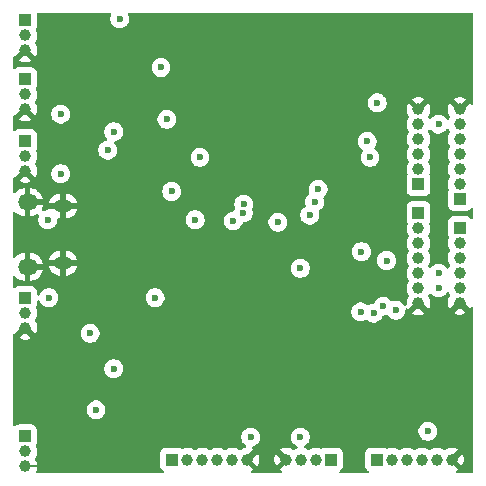
<source format=gbr>
%TF.GenerationSoftware,KiCad,Pcbnew,9.0.3*%
%TF.CreationDate,2025-08-28T21:38:12+08:00*%
%TF.ProjectId,ESP32_Board,45535033-325f-4426-9f61-72642e6b6963,rev?*%
%TF.SameCoordinates,Original*%
%TF.FileFunction,Copper,L3,Inr*%
%TF.FilePolarity,Positive*%
%FSLAX46Y46*%
G04 Gerber Fmt 4.6, Leading zero omitted, Abs format (unit mm)*
G04 Created by KiCad (PCBNEW 9.0.3) date 2025-08-28 21:38:12*
%MOMM*%
%LPD*%
G01*
G04 APERTURE LIST*
%TA.AperFunction,ComponentPad*%
%ADD10R,1.000000X1.000000*%
%TD*%
%TA.AperFunction,ComponentPad*%
%ADD11C,1.000000*%
%TD*%
%TA.AperFunction,HeatsinkPad*%
%ADD12C,0.600000*%
%TD*%
%TA.AperFunction,HeatsinkPad*%
%ADD13O,1.700000X1.350000*%
%TD*%
%TA.AperFunction,HeatsinkPad*%
%ADD14O,1.500000X1.100000*%
%TD*%
%TA.AperFunction,ViaPad*%
%ADD15C,0.600000*%
%TD*%
%TA.AperFunction,Conductor*%
%ADD16C,0.200000*%
%TD*%
G04 APERTURE END LIST*
D10*
%TO.N,/ESP32/US2*%
%TO.C,J8*%
X97500000Y-59730000D03*
D11*
%TO.N,/ESP32/5V*%
X97500000Y-61000000D03*
%TO.N,GND*%
X97500000Y-62270000D03*
%TD*%
D10*
%TO.N,/ESP32/US1*%
%TO.C,J7*%
X97500000Y-84730000D03*
D11*
%TO.N,/ESP32/5V*%
X97500000Y-86000000D03*
%TO.N,GND*%
X97500000Y-87270000D03*
%TD*%
D10*
%TO.N,/ESP32/US5*%
%TO.C,J11*%
X97500000Y-54500000D03*
D11*
%TO.N,/ESP32/5V*%
X97500000Y-55770000D03*
%TO.N,GND*%
X97500000Y-57040000D03*
%TD*%
D10*
%TO.N,/ESP32/TX*%
%TO.C,J19*%
X123400000Y-86700000D03*
D11*
%TO.N,/ESP32/RX*%
X122130000Y-86700000D03*
%TO.N,/ESP32/3V3*%
X120860000Y-86700000D03*
%TO.N,GND*%
X119590000Y-86700000D03*
%TD*%
D12*
%TO.N,GND*%
%TO.C,U1*%
X113350000Y-57170000D03*
X113350000Y-58570000D03*
X114050000Y-56470000D03*
X114050000Y-57870000D03*
X114050000Y-59270000D03*
X114750000Y-57170000D03*
X114750000Y-58570000D03*
X115450000Y-56470000D03*
X115450000Y-57870000D03*
X115450000Y-59270000D03*
X116150000Y-57170000D03*
X116150000Y-58570000D03*
%TD*%
D10*
%TO.N,/ESP32/SDA2*%
%TO.C,J14*%
X130800000Y-63380000D03*
D11*
%TO.N,/ESP32/SCL2*%
X130800000Y-62110000D03*
%TO.N,/ESP32/RESET*%
X130800000Y-60840000D03*
%TO.N,/ESP32/PENA*%
X130800000Y-59570000D03*
%TO.N,/ESP32/3V3*%
X130800000Y-58300000D03*
%TO.N,GND*%
X130800000Y-57030000D03*
%TD*%
D10*
%TO.N,/ESP32/LPN*%
%TO.C,J13*%
X130800000Y-65840000D03*
D11*
%TO.N,/ESP32/SDA1*%
X130800000Y-67110000D03*
%TO.N,/ESP32/SCL1*%
X130800000Y-68380000D03*
%TO.N,/ESP32/RESET*%
X130800000Y-69650000D03*
%TO.N,/ESP32/PENA*%
X130800000Y-70920000D03*
%TO.N,/ESP32/3V3*%
X130800000Y-72190000D03*
%TO.N,GND*%
X130800000Y-73460000D03*
%TD*%
D13*
%TO.N,GND*%
%TO.C,J6*%
X97700000Y-64920000D03*
D14*
X100700000Y-65230000D03*
X100700000Y-70070000D03*
D13*
X97700000Y-70380000D03*
%TD*%
D10*
%TO.N,/ESP32/US4*%
%TO.C,J10*%
X97500000Y-49500000D03*
D11*
%TO.N,/ESP32/5V*%
X97500000Y-50770000D03*
%TO.N,GND*%
X97500000Y-52040000D03*
%TD*%
D10*
%TO.N,/ESP32/SDA1*%
%TO.C,J12*%
X134300000Y-67070000D03*
D11*
%TO.N,/ESP32/SCL1*%
X134300000Y-68340000D03*
%TO.N,/ESP32/RESET*%
X134300000Y-69610000D03*
%TO.N,/ESP32/PENA*%
X134300000Y-70880000D03*
%TO.N,/ESP32/3V3*%
X134300000Y-72150000D03*
%TO.N,GND*%
X134300000Y-73420000D03*
%TD*%
D10*
%TO.N,/ESP32/LPN*%
%TO.C,J15*%
X134300000Y-64650000D03*
D11*
%TO.N,/ESP32/SDA2*%
X134300000Y-63380000D03*
%TO.N,/ESP32/SCL2*%
X134300000Y-62110000D03*
%TO.N,/ESP32/RESET*%
X134300000Y-60840000D03*
%TO.N,/ESP32/PENA*%
X134300000Y-59570000D03*
%TO.N,/ESP32/3V3*%
X134300000Y-58300000D03*
%TO.N,GND*%
X134300000Y-57030000D03*
%TD*%
D10*
%TO.N,/ESP32/US3*%
%TO.C,J9*%
X97500000Y-73000000D03*
D11*
%TO.N,/ESP32/5V*%
X97500000Y-74270000D03*
%TO.N,GND*%
X97500000Y-75540000D03*
%TD*%
D10*
%TO.N,/ESP32/SDCS*%
%TO.C,J16*%
X127290000Y-86700000D03*
D11*
%TO.N,/ESP32/SDCLK*%
X128560000Y-86700000D03*
%TO.N,/ESP32/SDMOSI*%
X129830000Y-86700000D03*
%TO.N,/ESP32/SDMISO*%
X131100000Y-86700000D03*
%TO.N,/ESP32/3V3*%
X132370000Y-86700000D03*
%TO.N,GND*%
X133640000Y-86700000D03*
%TD*%
D10*
%TO.N,/ESP32/CS1*%
%TO.C,J17*%
X109950000Y-86700000D03*
D11*
%TO.N,/ESP32/MOSI1*%
X111220000Y-86700000D03*
%TO.N,/ESP32/CLK1*%
X112490000Y-86700000D03*
%TO.N,/ESP32/MISO1*%
X113760000Y-86700000D03*
%TO.N,/ESP32/3V3*%
X115030000Y-86700000D03*
%TO.N,GND*%
X116300000Y-86700000D03*
%TD*%
D15*
%TO.N,/ESP32/3V3*%
X128900000Y-74050000D03*
X128100000Y-69850000D03*
%TO.N,GND*%
X99850342Y-86673686D03*
X134325000Y-78800000D03*
X128850000Y-80950000D03*
X100850000Y-52900000D03*
X105000000Y-57450000D03*
X102500000Y-57450000D03*
%TO.N,/ESP32/3V3*%
X100500000Y-57450000D03*
%TO.N,GND*%
X117800000Y-84900000D03*
X127775000Y-67420000D03*
X132500000Y-73460000D03*
X134800000Y-50900000D03*
X134800000Y-53000000D03*
X106000000Y-87500000D03*
X105550000Y-54973000D03*
X133800000Y-53900000D03*
X134700000Y-53800000D03*
X99500000Y-68950000D03*
X112500000Y-79000000D03*
X101000000Y-61500000D03*
X126950000Y-69800000D03*
X134900000Y-49400000D03*
X98200000Y-81300000D03*
X132600000Y-57030000D03*
X108000000Y-70500000D03*
X108000000Y-78500000D03*
X119650000Y-84950000D03*
X97200000Y-82100000D03*
X97200000Y-81300000D03*
X109000000Y-50000000D03*
X103500000Y-70000000D03*
X126975000Y-67420000D03*
X133800000Y-53000000D03*
X126500000Y-50000000D03*
X98100000Y-82100000D03*
X133600000Y-84400000D03*
%TO.N,/ESP32/5V*%
X103500000Y-82500000D03*
X105000000Y-79000000D03*
%TO.N,/ESP32/3V3*%
X105000000Y-58950000D03*
X108500000Y-73000000D03*
X116600000Y-84800000D03*
X125975000Y-69100000D03*
X105500000Y-49400000D03*
X132500000Y-58300000D03*
X120800000Y-84800000D03*
X132500000Y-72150000D03*
X131600000Y-84300000D03*
%TO.N,/ESP32/US1*%
X115100000Y-66500000D03*
%TO.N,/ESP32/US3*%
X104500000Y-60500000D03*
X99500000Y-73000000D03*
%TO.N,/ESP32/US4*%
X109000000Y-53500000D03*
%TO.N,/ESP32/PENA*%
X132505000Y-70920000D03*
%TO.N,/ESP32/SCL1*%
X111900000Y-66400000D03*
%TO.N,/ESP32/SDA1*%
X109900000Y-64000000D03*
%TO.N,/ESP32/LPN*%
X127300000Y-56500000D03*
%TO.N,/ESP32/SDA2*%
X112300000Y-61100000D03*
X126700000Y-61100000D03*
%TO.N,/ESP32/SCL2*%
X126450000Y-59750000D03*
X109500000Y-57900000D03*
%TO.N,/ESP32/TX*%
X116000125Y-65096000D03*
%TO.N,/ESP32/RX*%
X115977354Y-65822646D03*
%TO.N,/ESP32/SDCS*%
X118900000Y-66600000D03*
%TO.N,/ESP32/AP_SCLK2*%
X127000000Y-74300000D03*
X122000000Y-64900000D03*
%TO.N,/ESP32/SDCLK*%
X120800000Y-70500000D03*
%TO.N,/ESP32/AP_SDI2*%
X122300000Y-63800000D03*
X127800000Y-73700000D03*
%TO.N,/ESP32/AP_CS2*%
X121600000Y-66000000D03*
X125900000Y-74200000D03*
%TO.N,/ESP32/5V_USB2*%
X99400000Y-66400000D03*
X103000000Y-76000000D03*
X100500000Y-62500000D03*
%TD*%
D16*
%TO.N,GND*%
X99330000Y-87270000D02*
X99700000Y-86900000D01*
X97500000Y-87270000D02*
X99330000Y-87270000D01*
%TD*%
%TA.AperFunction,Conductor*%
%TO.N,GND*%
G36*
X104738473Y-48880185D02*
G01*
X104784228Y-48932989D01*
X104794172Y-49002147D01*
X104785995Y-49031952D01*
X104730264Y-49166498D01*
X104730261Y-49166510D01*
X104699500Y-49321153D01*
X104699500Y-49478846D01*
X104730261Y-49633489D01*
X104730264Y-49633501D01*
X104790602Y-49779172D01*
X104790609Y-49779185D01*
X104878210Y-49910288D01*
X104878213Y-49910292D01*
X104989707Y-50021786D01*
X104989711Y-50021789D01*
X105120814Y-50109390D01*
X105120827Y-50109397D01*
X105266498Y-50169735D01*
X105266503Y-50169737D01*
X105421153Y-50200499D01*
X105421156Y-50200500D01*
X105421158Y-50200500D01*
X105578844Y-50200500D01*
X105578845Y-50200499D01*
X105733497Y-50169737D01*
X105879179Y-50109394D01*
X106010289Y-50021789D01*
X106121789Y-49910289D01*
X106209394Y-49779179D01*
X106269737Y-49633497D01*
X106300500Y-49478842D01*
X106300500Y-49321158D01*
X106300500Y-49321155D01*
X106300499Y-49321153D01*
X106269738Y-49166510D01*
X106269737Y-49166503D01*
X106214005Y-49031952D01*
X106206536Y-48962483D01*
X106237811Y-48900004D01*
X106297900Y-48864352D01*
X106328566Y-48860500D01*
X135325500Y-48860500D01*
X135392539Y-48880185D01*
X135438294Y-48932989D01*
X135449500Y-48984500D01*
X135449500Y-56568620D01*
X135429815Y-56635659D01*
X135377011Y-56681414D01*
X135307853Y-56691358D01*
X135244297Y-56662333D01*
X135210939Y-56616073D01*
X135186191Y-56556326D01*
X135162572Y-56520979D01*
X134625000Y-57058551D01*
X134625000Y-56987213D01*
X134602851Y-56904555D01*
X134560064Y-56830446D01*
X134499554Y-56769936D01*
X134425445Y-56727149D01*
X134342787Y-56705000D01*
X134257213Y-56705000D01*
X134174555Y-56727149D01*
X134100446Y-56769936D01*
X134039936Y-56830446D01*
X133997149Y-56904555D01*
X133975000Y-56987213D01*
X133975000Y-57058552D01*
X133437426Y-56520978D01*
X133437426Y-56520979D01*
X133413813Y-56556318D01*
X133413809Y-56556325D01*
X133338429Y-56738310D01*
X133338427Y-56738318D01*
X133300000Y-56931504D01*
X133300000Y-57128494D01*
X133338427Y-57321681D01*
X133338430Y-57321693D01*
X133413807Y-57503671D01*
X133413814Y-57503684D01*
X133475270Y-57595659D01*
X133480257Y-57611587D01*
X133489790Y-57625292D01*
X133490482Y-57644243D01*
X133496148Y-57662337D01*
X133491751Y-57678969D01*
X133492342Y-57695115D01*
X133480395Y-57721934D01*
X133478863Y-57727734D01*
X133477135Y-57730651D01*
X133413368Y-57826086D01*
X133396492Y-57866827D01*
X133391998Y-57874417D01*
X133372636Y-57892473D01*
X133356021Y-57913091D01*
X133347480Y-57915933D01*
X133340900Y-57922070D01*
X133314849Y-57926792D01*
X133289726Y-57935154D01*
X133281006Y-57932928D01*
X133272151Y-57934534D01*
X133247681Y-57924422D01*
X133222027Y-57917874D01*
X133214446Y-57910688D01*
X133207578Y-57907850D01*
X133200080Y-57897070D01*
X133182201Y-57880123D01*
X133121792Y-57789715D01*
X133121786Y-57789707D01*
X133010292Y-57678213D01*
X133010288Y-57678210D01*
X132879185Y-57590609D01*
X132879172Y-57590602D01*
X132733501Y-57530264D01*
X132733489Y-57530261D01*
X132578845Y-57499500D01*
X132578842Y-57499500D01*
X132421158Y-57499500D01*
X132421155Y-57499500D01*
X132266510Y-57530261D01*
X132266498Y-57530264D01*
X132120827Y-57590602D01*
X132120814Y-57590609D01*
X131989711Y-57678210D01*
X131989707Y-57678213D01*
X131878213Y-57789707D01*
X131878207Y-57789715D01*
X131873368Y-57796957D01*
X131848196Y-57817991D01*
X131823787Y-57839918D01*
X131821518Y-57840285D01*
X131819754Y-57841760D01*
X131787183Y-57845849D01*
X131754817Y-57851095D01*
X131752711Y-57850178D01*
X131750429Y-57850465D01*
X131720823Y-57836298D01*
X131690753Y-57823210D01*
X131688704Y-57820929D01*
X131687403Y-57820307D01*
X131667167Y-57796954D01*
X131647562Y-57767613D01*
X131624727Y-57733439D01*
X131603850Y-57666764D01*
X131622334Y-57599383D01*
X131624729Y-57595657D01*
X131686189Y-57503676D01*
X131686191Y-57503673D01*
X131761569Y-57321693D01*
X131761572Y-57321681D01*
X131800000Y-57128494D01*
X131800000Y-56931508D01*
X131799999Y-56931504D01*
X131761572Y-56738318D01*
X131761569Y-56738306D01*
X131686192Y-56556328D01*
X131662572Y-56520979D01*
X131125000Y-57058551D01*
X131125000Y-56987213D01*
X131102851Y-56904555D01*
X131060064Y-56830446D01*
X130999554Y-56769936D01*
X130925445Y-56727149D01*
X130842787Y-56705000D01*
X130757213Y-56705000D01*
X130674555Y-56727149D01*
X130600446Y-56769936D01*
X130539936Y-56830446D01*
X130497149Y-56904555D01*
X130475000Y-56987213D01*
X130475000Y-57058552D01*
X129937426Y-56520978D01*
X129937426Y-56520979D01*
X129913813Y-56556318D01*
X129913809Y-56556325D01*
X129838429Y-56738310D01*
X129838427Y-56738318D01*
X129800000Y-56931504D01*
X129800000Y-57128494D01*
X129838427Y-57321681D01*
X129838430Y-57321693D01*
X129913807Y-57503671D01*
X129913814Y-57503684D01*
X129975270Y-57595659D01*
X129996148Y-57662337D01*
X129977663Y-57729717D01*
X129975271Y-57733440D01*
X129913370Y-57826082D01*
X129913364Y-57826093D01*
X129837950Y-58008160D01*
X129837947Y-58008170D01*
X129799500Y-58201456D01*
X129799500Y-58201459D01*
X129799500Y-58398541D01*
X129799500Y-58398543D01*
X129799499Y-58398543D01*
X129837947Y-58591829D01*
X129837950Y-58591839D01*
X129913365Y-58773907D01*
X129913368Y-58773914D01*
X129937670Y-58810284D01*
X129974971Y-58866110D01*
X129995848Y-58932787D01*
X129977363Y-59000167D01*
X129974971Y-59003890D01*
X129913366Y-59096089D01*
X129837950Y-59278160D01*
X129837947Y-59278170D01*
X129799500Y-59471456D01*
X129799500Y-59471459D01*
X129799500Y-59668541D01*
X129799500Y-59668543D01*
X129799499Y-59668543D01*
X129837947Y-59861829D01*
X129837950Y-59861839D01*
X129908716Y-60032684D01*
X129913368Y-60043914D01*
X129957352Y-60109740D01*
X129974971Y-60136110D01*
X129995848Y-60202787D01*
X129977363Y-60270167D01*
X129974971Y-60273890D01*
X129913366Y-60366089D01*
X129837950Y-60548160D01*
X129837947Y-60548170D01*
X129799500Y-60741456D01*
X129799500Y-60741459D01*
X129799500Y-60938541D01*
X129799500Y-60938543D01*
X129799499Y-60938543D01*
X129837947Y-61131829D01*
X129837950Y-61131839D01*
X129908716Y-61302684D01*
X129913368Y-61313914D01*
X129926448Y-61333489D01*
X129974971Y-61406110D01*
X129995848Y-61472787D01*
X129977363Y-61540167D01*
X129974971Y-61543890D01*
X129913366Y-61636089D01*
X129837950Y-61818160D01*
X129837947Y-61818170D01*
X129799500Y-62011456D01*
X129799500Y-62011459D01*
X129799500Y-62208541D01*
X129799500Y-62208543D01*
X129799499Y-62208543D01*
X129837947Y-62401828D01*
X129837949Y-62401836D01*
X129880318Y-62504124D01*
X129887787Y-62573593D01*
X129865026Y-62625884D01*
X129856203Y-62637670D01*
X129856202Y-62637671D01*
X129805908Y-62772517D01*
X129799501Y-62832116D01*
X129799501Y-62832123D01*
X129799500Y-62832135D01*
X129799500Y-63927870D01*
X129799501Y-63927876D01*
X129805908Y-63987483D01*
X129856202Y-64122328D01*
X129856206Y-64122335D01*
X129942452Y-64237544D01*
X129942455Y-64237547D01*
X130057664Y-64323793D01*
X130057671Y-64323797D01*
X130192517Y-64374091D01*
X130192516Y-64374091D01*
X130199444Y-64374835D01*
X130252127Y-64380500D01*
X131347872Y-64380499D01*
X131407483Y-64374091D01*
X131542331Y-64323796D01*
X131657546Y-64237546D01*
X131743796Y-64122331D01*
X131794091Y-63987483D01*
X131800500Y-63927873D01*
X131800499Y-62832128D01*
X131794498Y-62776303D01*
X131794091Y-62772516D01*
X131743797Y-62637671D01*
X131743795Y-62637668D01*
X131734976Y-62625887D01*
X131710558Y-62560423D01*
X131719679Y-62504128D01*
X131762051Y-62401835D01*
X131800500Y-62208541D01*
X131800500Y-62011459D01*
X131800500Y-62011456D01*
X131762052Y-61818170D01*
X131762051Y-61818169D01*
X131762051Y-61818165D01*
X131741625Y-61768852D01*
X131686635Y-61636092D01*
X131686633Y-61636088D01*
X131686632Y-61636086D01*
X131625029Y-61543891D01*
X131604151Y-61477214D01*
X131622635Y-61409834D01*
X131625029Y-61406109D01*
X131673544Y-61333501D01*
X131686632Y-61313914D01*
X131762051Y-61131835D01*
X131786228Y-61010289D01*
X131800500Y-60938543D01*
X131800500Y-60741456D01*
X131762052Y-60548170D01*
X131762051Y-60548169D01*
X131762051Y-60548165D01*
X131742123Y-60500053D01*
X131686635Y-60366092D01*
X131686633Y-60366088D01*
X131686632Y-60366086D01*
X131625029Y-60273891D01*
X131604151Y-60207214D01*
X131622635Y-60139834D01*
X131625029Y-60136109D01*
X131637872Y-60116887D01*
X131686632Y-60043914D01*
X131762051Y-59861835D01*
X131776219Y-59790609D01*
X131800500Y-59668543D01*
X131800500Y-59471456D01*
X131762052Y-59278170D01*
X131762051Y-59278169D01*
X131762051Y-59278165D01*
X131741625Y-59228852D01*
X131686635Y-59096092D01*
X131686633Y-59096088D01*
X131686632Y-59096086D01*
X131625029Y-59003891D01*
X131619055Y-58984814D01*
X131608549Y-58967806D01*
X131608828Y-58952152D01*
X131604151Y-58937214D01*
X131609439Y-58917936D01*
X131609796Y-58897947D01*
X131621812Y-58872830D01*
X131622635Y-58869834D01*
X131625029Y-58866109D01*
X131647791Y-58832042D01*
X131667167Y-58803044D01*
X131720779Y-58758240D01*
X131790104Y-58749533D01*
X131853131Y-58779687D01*
X131873371Y-58803045D01*
X131878177Y-58810239D01*
X131878213Y-58810292D01*
X131989707Y-58921786D01*
X131989711Y-58921789D01*
X132120814Y-59009390D01*
X132120827Y-59009397D01*
X132196181Y-59040609D01*
X132266503Y-59069737D01*
X132398983Y-59096089D01*
X132421153Y-59100499D01*
X132421156Y-59100500D01*
X132421158Y-59100500D01*
X132578844Y-59100500D01*
X132578845Y-59100499D01*
X132733497Y-59069737D01*
X132879179Y-59009394D01*
X133010289Y-58921789D01*
X133121789Y-58810289D01*
X133162385Y-58749533D01*
X133182201Y-58719877D01*
X133235813Y-58675071D01*
X133305138Y-58666364D01*
X133368165Y-58696518D01*
X133392008Y-58725601D01*
X133396497Y-58733185D01*
X133413368Y-58773914D01*
X133476841Y-58868909D01*
X133478573Y-58871834D01*
X133486376Y-58902536D01*
X133495848Y-58932787D01*
X133494922Y-58936160D01*
X133495784Y-58939551D01*
X133485745Y-58969610D01*
X133477363Y-59000167D01*
X133474971Y-59003890D01*
X133413366Y-59096089D01*
X133337950Y-59278160D01*
X133337947Y-59278170D01*
X133299500Y-59471456D01*
X133299500Y-59471459D01*
X133299500Y-59668541D01*
X133299500Y-59668543D01*
X133299499Y-59668543D01*
X133337947Y-59861829D01*
X133337950Y-59861839D01*
X133408716Y-60032684D01*
X133413368Y-60043914D01*
X133457352Y-60109740D01*
X133474971Y-60136110D01*
X133495848Y-60202787D01*
X133477363Y-60270167D01*
X133474971Y-60273890D01*
X133413366Y-60366089D01*
X133337950Y-60548160D01*
X133337947Y-60548170D01*
X133299500Y-60741456D01*
X133299500Y-60741459D01*
X133299500Y-60938541D01*
X133299500Y-60938543D01*
X133299499Y-60938543D01*
X133337947Y-61131829D01*
X133337950Y-61131839D01*
X133408716Y-61302684D01*
X133413368Y-61313914D01*
X133426448Y-61333489D01*
X133474971Y-61406110D01*
X133495848Y-61472787D01*
X133477363Y-61540167D01*
X133474971Y-61543890D01*
X133413366Y-61636089D01*
X133337950Y-61818160D01*
X133337947Y-61818170D01*
X133299500Y-62011456D01*
X133299500Y-62011459D01*
X133299500Y-62208541D01*
X133299500Y-62208543D01*
X133299499Y-62208543D01*
X133337947Y-62401829D01*
X133337950Y-62401839D01*
X133413365Y-62583907D01*
X133413368Y-62583914D01*
X133449285Y-62637668D01*
X133474971Y-62676110D01*
X133495848Y-62742787D01*
X133477363Y-62810167D01*
X133474971Y-62813890D01*
X133413366Y-62906089D01*
X133337950Y-63088160D01*
X133337947Y-63088170D01*
X133299500Y-63281456D01*
X133299500Y-63281459D01*
X133299500Y-63478541D01*
X133299500Y-63478543D01*
X133299499Y-63478543D01*
X133337947Y-63671828D01*
X133337949Y-63671836D01*
X133380318Y-63774124D01*
X133387787Y-63843593D01*
X133365026Y-63895884D01*
X133356203Y-63907670D01*
X133356202Y-63907671D01*
X133305908Y-64042517D01*
X133299501Y-64102116D01*
X133299500Y-64102135D01*
X133299500Y-65197870D01*
X133299501Y-65197876D01*
X133305908Y-65257483D01*
X133356202Y-65392328D01*
X133356206Y-65392335D01*
X133442452Y-65507544D01*
X133442455Y-65507547D01*
X133557664Y-65593793D01*
X133557671Y-65593797D01*
X133692517Y-65644091D01*
X133692516Y-65644091D01*
X133699444Y-65644835D01*
X133752127Y-65650500D01*
X134847872Y-65650499D01*
X134907483Y-65644091D01*
X135042331Y-65593796D01*
X135157546Y-65507546D01*
X135226234Y-65415789D01*
X135282167Y-65373920D01*
X135351859Y-65368936D01*
X135413182Y-65402421D01*
X135446666Y-65463745D01*
X135449500Y-65490102D01*
X135449500Y-66229897D01*
X135429815Y-66296936D01*
X135377011Y-66342691D01*
X135307853Y-66352635D01*
X135244297Y-66323610D01*
X135226234Y-66304208D01*
X135157547Y-66212455D01*
X135157544Y-66212452D01*
X135042335Y-66126206D01*
X135042328Y-66126202D01*
X134907482Y-66075908D01*
X134907483Y-66075908D01*
X134847883Y-66069501D01*
X134847881Y-66069500D01*
X134847873Y-66069500D01*
X134847864Y-66069500D01*
X133752129Y-66069500D01*
X133752123Y-66069501D01*
X133692516Y-66075908D01*
X133557671Y-66126202D01*
X133557664Y-66126206D01*
X133442455Y-66212452D01*
X133442452Y-66212455D01*
X133356206Y-66327664D01*
X133356202Y-66327671D01*
X133305908Y-66462517D01*
X133299501Y-66522116D01*
X133299500Y-66522135D01*
X133299500Y-67617870D01*
X133299501Y-67617876D01*
X133305908Y-67677483D01*
X133356202Y-67812328D01*
X133356206Y-67812335D01*
X133365023Y-67824113D01*
X133389440Y-67889578D01*
X133380318Y-67945874D01*
X133337948Y-68048168D01*
X133337947Y-68048171D01*
X133299500Y-68241456D01*
X133299500Y-68241459D01*
X133299500Y-68438541D01*
X133299500Y-68438543D01*
X133299499Y-68438543D01*
X133337947Y-68631829D01*
X133337950Y-68631839D01*
X133389061Y-68755232D01*
X133413368Y-68813914D01*
X133457352Y-68879740D01*
X133474971Y-68906110D01*
X133495848Y-68972787D01*
X133477363Y-69040167D01*
X133474971Y-69043890D01*
X133413366Y-69136089D01*
X133337950Y-69318160D01*
X133337947Y-69318170D01*
X133299500Y-69511456D01*
X133299500Y-69511459D01*
X133299500Y-69708541D01*
X133299500Y-69708543D01*
X133299499Y-69708543D01*
X133337947Y-69901829D01*
X133337950Y-69901839D01*
X133391036Y-70030000D01*
X133413368Y-70083914D01*
X133440095Y-70123914D01*
X133474971Y-70176110D01*
X133479663Y-70191096D01*
X133488838Y-70203841D01*
X133489889Y-70223755D01*
X133495848Y-70242787D01*
X133491741Y-70258849D01*
X133492521Y-70273614D01*
X133481501Y-70298902D01*
X133479573Y-70306447D01*
X133477402Y-70310250D01*
X133413368Y-70406086D01*
X133388562Y-70465972D01*
X133384694Y-70472753D01*
X133364926Y-70491796D01*
X133347709Y-70513162D01*
X133340130Y-70515684D01*
X133334376Y-70521228D01*
X133307451Y-70526561D01*
X133281415Y-70535227D01*
X133273674Y-70533251D01*
X133265837Y-70534804D01*
X133240304Y-70524734D01*
X133213716Y-70517948D01*
X133207030Y-70511611D01*
X133200840Y-70509170D01*
X133193075Y-70498384D01*
X133173887Y-70480197D01*
X133126789Y-70409711D01*
X133126786Y-70409707D01*
X133015292Y-70298213D01*
X133015288Y-70298210D01*
X132884185Y-70210609D01*
X132884172Y-70210602D01*
X132738501Y-70150264D01*
X132738489Y-70150261D01*
X132583845Y-70119500D01*
X132583842Y-70119500D01*
X132426158Y-70119500D01*
X132426155Y-70119500D01*
X132271510Y-70150261D01*
X132271498Y-70150264D01*
X132125827Y-70210602D01*
X132125814Y-70210609D01*
X131994711Y-70298210D01*
X131994707Y-70298213D01*
X131883213Y-70409707D01*
X131883209Y-70409712D01*
X131875868Y-70420699D01*
X131850699Y-70441731D01*
X131826285Y-70463662D01*
X131824015Y-70464029D01*
X131822254Y-70465502D01*
X131789702Y-70469589D01*
X131757315Y-70474838D01*
X131755209Y-70473921D01*
X131752929Y-70474208D01*
X131723332Y-70460046D01*
X131693251Y-70446953D01*
X131691203Y-70444673D01*
X131689903Y-70444051D01*
X131669669Y-70420699D01*
X131625027Y-70353888D01*
X131604150Y-70287214D01*
X131622634Y-70219834D01*
X131625029Y-70216108D01*
X131628704Y-70210609D01*
X131686632Y-70123914D01*
X131762051Y-69941835D01*
X131788395Y-69809397D01*
X131800500Y-69748543D01*
X131800500Y-69551456D01*
X131762052Y-69358170D01*
X131762051Y-69358169D01*
X131762051Y-69358165D01*
X131745481Y-69318160D01*
X131686635Y-69176092D01*
X131686633Y-69176088D01*
X131686632Y-69176086D01*
X131625029Y-69083891D01*
X131604151Y-69017214D01*
X131622635Y-68949834D01*
X131625029Y-68946109D01*
X131651756Y-68906109D01*
X131686632Y-68853914D01*
X131762051Y-68671835D01*
X131778387Y-68589711D01*
X131800500Y-68478543D01*
X131800500Y-68281456D01*
X131762052Y-68088170D01*
X131762051Y-68088169D01*
X131762051Y-68088165D01*
X131703113Y-67945874D01*
X131686635Y-67906092D01*
X131686633Y-67906088D01*
X131686632Y-67906086D01*
X131625029Y-67813891D01*
X131604151Y-67747214D01*
X131622635Y-67679834D01*
X131625029Y-67676109D01*
X131663941Y-67617873D01*
X131686632Y-67583914D01*
X131762051Y-67401835D01*
X131797865Y-67221789D01*
X131800500Y-67208543D01*
X131800500Y-67011456D01*
X131762052Y-66818170D01*
X131762051Y-66818169D01*
X131762051Y-66818165D01*
X131719680Y-66715873D01*
X131712212Y-66646407D01*
X131734977Y-66594111D01*
X131743796Y-66582331D01*
X131794091Y-66447483D01*
X131800500Y-66387873D01*
X131800499Y-65292128D01*
X131794091Y-65232517D01*
X131781169Y-65197872D01*
X131743797Y-65097671D01*
X131743793Y-65097664D01*
X131657547Y-64982455D01*
X131657544Y-64982452D01*
X131542335Y-64896206D01*
X131542328Y-64896202D01*
X131407482Y-64845908D01*
X131407483Y-64845908D01*
X131347883Y-64839501D01*
X131347881Y-64839500D01*
X131347873Y-64839500D01*
X131347864Y-64839500D01*
X130252129Y-64839500D01*
X130252123Y-64839501D01*
X130192516Y-64845908D01*
X130057671Y-64896202D01*
X130057664Y-64896206D01*
X129942455Y-64982452D01*
X129942452Y-64982455D01*
X129856206Y-65097664D01*
X129856202Y-65097671D01*
X129805908Y-65232517D01*
X129799501Y-65292116D01*
X129799501Y-65292123D01*
X129799500Y-65292135D01*
X129799500Y-66387870D01*
X129799501Y-66387876D01*
X129805908Y-66447483D01*
X129856202Y-66582328D01*
X129856206Y-66582335D01*
X129865023Y-66594113D01*
X129889440Y-66659578D01*
X129880318Y-66715874D01*
X129877384Y-66722958D01*
X129837950Y-66818164D01*
X129837948Y-66818168D01*
X129837947Y-66818171D01*
X129799500Y-67011456D01*
X129799500Y-67011459D01*
X129799500Y-67208541D01*
X129799500Y-67208543D01*
X129799499Y-67208543D01*
X129837947Y-67401829D01*
X129837950Y-67401839D01*
X129913365Y-67583907D01*
X129913368Y-67583914D01*
X129936057Y-67617870D01*
X129974971Y-67676110D01*
X129995848Y-67742787D01*
X129977363Y-67810167D01*
X129974971Y-67813890D01*
X129913366Y-67906089D01*
X129837950Y-68088160D01*
X129837947Y-68088170D01*
X129799500Y-68281456D01*
X129799500Y-68281459D01*
X129799500Y-68478541D01*
X129799500Y-68478543D01*
X129799499Y-68478543D01*
X129837947Y-68671829D01*
X129837950Y-68671839D01*
X129913365Y-68853907D01*
X129913368Y-68853914D01*
X129957352Y-68919740D01*
X129974971Y-68946110D01*
X129995848Y-69012787D01*
X129977363Y-69080167D01*
X129974971Y-69083890D01*
X129913366Y-69176089D01*
X129837950Y-69358160D01*
X129837947Y-69358170D01*
X129799500Y-69551456D01*
X129799500Y-69551459D01*
X129799500Y-69748541D01*
X129799500Y-69748543D01*
X129799499Y-69748543D01*
X129837947Y-69941829D01*
X129837950Y-69941839D01*
X129912089Y-70120827D01*
X129913368Y-70123914D01*
X129957352Y-70189740D01*
X129974971Y-70216110D01*
X129995848Y-70282787D01*
X129977363Y-70350167D01*
X129974971Y-70353890D01*
X129913366Y-70446089D01*
X129837950Y-70628160D01*
X129837947Y-70628170D01*
X129799500Y-70821456D01*
X129799500Y-70821459D01*
X129799500Y-71018541D01*
X129799500Y-71018543D01*
X129799499Y-71018543D01*
X129837947Y-71211829D01*
X129837950Y-71211839D01*
X129913366Y-71393910D01*
X129913368Y-71393914D01*
X129957352Y-71459740D01*
X129974971Y-71486110D01*
X129995848Y-71552787D01*
X129977363Y-71620167D01*
X129974971Y-71623890D01*
X129913366Y-71716089D01*
X129837950Y-71898160D01*
X129837947Y-71898170D01*
X129799500Y-72091456D01*
X129799500Y-72091459D01*
X129799500Y-72288541D01*
X129799500Y-72288543D01*
X129799499Y-72288543D01*
X129837947Y-72481829D01*
X129837950Y-72481839D01*
X129913366Y-72663910D01*
X129913368Y-72663914D01*
X129952357Y-72722265D01*
X129975271Y-72756559D01*
X129996148Y-72823236D01*
X129977663Y-72890616D01*
X129975271Y-72894339D01*
X129913809Y-72986325D01*
X129838430Y-73168306D01*
X129838427Y-73168318D01*
X129800000Y-73361504D01*
X129800000Y-73547309D01*
X129780315Y-73614348D01*
X129727511Y-73660103D01*
X129658353Y-73670047D01*
X129594797Y-73641022D01*
X129572898Y-73616200D01*
X129521789Y-73539711D01*
X129521786Y-73539707D01*
X129410292Y-73428213D01*
X129410288Y-73428210D01*
X129279185Y-73340609D01*
X129279172Y-73340602D01*
X129133501Y-73280264D01*
X129133489Y-73280261D01*
X128978845Y-73249500D01*
X128978842Y-73249500D01*
X128821158Y-73249500D01*
X128821155Y-73249500D01*
X128666510Y-73280261D01*
X128666498Y-73280264D01*
X128616242Y-73301081D01*
X128546772Y-73308550D01*
X128484293Y-73277274D01*
X128465690Y-73255413D01*
X128421789Y-73189711D01*
X128421787Y-73189708D01*
X128310292Y-73078213D01*
X128310288Y-73078210D01*
X128179185Y-72990609D01*
X128179172Y-72990602D01*
X128033501Y-72930264D01*
X128033489Y-72930261D01*
X127878845Y-72899500D01*
X127878842Y-72899500D01*
X127721158Y-72899500D01*
X127721155Y-72899500D01*
X127566510Y-72930261D01*
X127566498Y-72930264D01*
X127420827Y-72990602D01*
X127420814Y-72990609D01*
X127289711Y-73078210D01*
X127289707Y-73078213D01*
X127178213Y-73189707D01*
X127178210Y-73189711D01*
X127090609Y-73320814D01*
X127090602Y-73320827D01*
X127048302Y-73422952D01*
X127004462Y-73477356D01*
X126938167Y-73499421D01*
X126933741Y-73499500D01*
X126921155Y-73499500D01*
X126766510Y-73530261D01*
X126766498Y-73530264D01*
X126620828Y-73590602D01*
X126620814Y-73590610D01*
X126586657Y-73613432D01*
X126519979Y-73634308D01*
X126452599Y-73615822D01*
X126430088Y-73598009D01*
X126410292Y-73578213D01*
X126410288Y-73578210D01*
X126279185Y-73490609D01*
X126279172Y-73490602D01*
X126133501Y-73430264D01*
X126133489Y-73430261D01*
X125978845Y-73399500D01*
X125978842Y-73399500D01*
X125821158Y-73399500D01*
X125821155Y-73399500D01*
X125666510Y-73430261D01*
X125666498Y-73430264D01*
X125520827Y-73490602D01*
X125520814Y-73490609D01*
X125389711Y-73578210D01*
X125389707Y-73578213D01*
X125278213Y-73689707D01*
X125278210Y-73689711D01*
X125190609Y-73820814D01*
X125190602Y-73820827D01*
X125130264Y-73966498D01*
X125130261Y-73966510D01*
X125099500Y-74121153D01*
X125099500Y-74278846D01*
X125130261Y-74433489D01*
X125130264Y-74433501D01*
X125190602Y-74579172D01*
X125190609Y-74579185D01*
X125278210Y-74710288D01*
X125278213Y-74710292D01*
X125389707Y-74821786D01*
X125389711Y-74821789D01*
X125520814Y-74909390D01*
X125520827Y-74909397D01*
X125666498Y-74969735D01*
X125666503Y-74969737D01*
X125821153Y-75000499D01*
X125821156Y-75000500D01*
X125821158Y-75000500D01*
X125978844Y-75000500D01*
X125978845Y-75000499D01*
X126133497Y-74969737D01*
X126279179Y-74909394D01*
X126313341Y-74886567D01*
X126380013Y-74865690D01*
X126447393Y-74884173D01*
X126469910Y-74901989D01*
X126489707Y-74921786D01*
X126489711Y-74921789D01*
X126620814Y-75009390D01*
X126620827Y-75009397D01*
X126711946Y-75047139D01*
X126766503Y-75069737D01*
X126921153Y-75100499D01*
X126921156Y-75100500D01*
X126921158Y-75100500D01*
X127078844Y-75100500D01*
X127078845Y-75100499D01*
X127233497Y-75069737D01*
X127379179Y-75009394D01*
X127510289Y-74921789D01*
X127621789Y-74810289D01*
X127709394Y-74679179D01*
X127751698Y-74577048D01*
X127795538Y-74522644D01*
X127861833Y-74500579D01*
X127866259Y-74500500D01*
X127878844Y-74500500D01*
X127878845Y-74500499D01*
X128033497Y-74469737D01*
X128083757Y-74448918D01*
X128153224Y-74441449D01*
X128215704Y-74472723D01*
X128234311Y-74494589D01*
X128278207Y-74560284D01*
X128278213Y-74560292D01*
X128389707Y-74671786D01*
X128389711Y-74671789D01*
X128520814Y-74759390D01*
X128520827Y-74759397D01*
X128666498Y-74819735D01*
X128666503Y-74819737D01*
X128821153Y-74850499D01*
X128821156Y-74850500D01*
X128821158Y-74850500D01*
X128978844Y-74850500D01*
X128978845Y-74850499D01*
X129133497Y-74819737D01*
X129279179Y-74759394D01*
X129410289Y-74671789D01*
X129521789Y-74560289D01*
X129609394Y-74429179D01*
X129613197Y-74419999D01*
X129653552Y-74322572D01*
X130290979Y-74322572D01*
X130326328Y-74346192D01*
X130508306Y-74421569D01*
X130508318Y-74421572D01*
X130701504Y-74459999D01*
X130701508Y-74460000D01*
X130898492Y-74460000D01*
X130898495Y-74459999D01*
X131091681Y-74421572D01*
X131091693Y-74421569D01*
X131273676Y-74346190D01*
X131273680Y-74346187D01*
X131309019Y-74322573D01*
X131309020Y-74322572D01*
X131269020Y-74282572D01*
X133790979Y-74282572D01*
X133826328Y-74306192D01*
X134008306Y-74381569D01*
X134008318Y-74381572D01*
X134201504Y-74419999D01*
X134201508Y-74420000D01*
X134398492Y-74420000D01*
X134398495Y-74419999D01*
X134591681Y-74381572D01*
X134591693Y-74381569D01*
X134773676Y-74306190D01*
X134773680Y-74306187D01*
X134809019Y-74282573D01*
X134809020Y-74282572D01*
X134300001Y-73773553D01*
X134300000Y-73773553D01*
X133790979Y-74282572D01*
X131269020Y-74282572D01*
X130800001Y-73813553D01*
X130800000Y-73813553D01*
X130290979Y-74322572D01*
X129653552Y-74322572D01*
X129660337Y-74306190D01*
X129669737Y-74283497D01*
X129671201Y-74276133D01*
X129675969Y-74252170D01*
X129675969Y-74252169D01*
X129700499Y-74128846D01*
X129700500Y-74128844D01*
X129700500Y-74023208D01*
X129720185Y-73956169D01*
X129772989Y-73910414D01*
X129842147Y-73900470D01*
X129905703Y-73929495D01*
X129927602Y-73954318D01*
X129937425Y-73969020D01*
X130475000Y-73431445D01*
X130475000Y-73502787D01*
X130497149Y-73585445D01*
X130539936Y-73659554D01*
X130600446Y-73720064D01*
X130674555Y-73762851D01*
X130757213Y-73785000D01*
X130842787Y-73785000D01*
X130925445Y-73762851D01*
X130999554Y-73720064D01*
X131060064Y-73659554D01*
X131102851Y-73585445D01*
X131125000Y-73502787D01*
X131125000Y-73431447D01*
X131662572Y-73969020D01*
X131662573Y-73969019D01*
X131686187Y-73933680D01*
X131686190Y-73933676D01*
X131761569Y-73751693D01*
X131761572Y-73751681D01*
X131799999Y-73558495D01*
X131800000Y-73558492D01*
X131800000Y-73361508D01*
X131799999Y-73361504D01*
X131761572Y-73168318D01*
X131761569Y-73168306D01*
X131686192Y-72986328D01*
X131686188Y-72986321D01*
X131624728Y-72894341D01*
X131618753Y-72875261D01*
X131608248Y-72858253D01*
X131608527Y-72842601D01*
X131603850Y-72827663D01*
X131609138Y-72808383D01*
X131609496Y-72788395D01*
X131621511Y-72763282D01*
X131622334Y-72760283D01*
X131624704Y-72756595D01*
X131663983Y-72697811D01*
X131681058Y-72672257D01*
X131734670Y-72627453D01*
X131803996Y-72618746D01*
X131867023Y-72648901D01*
X131873847Y-72656037D01*
X131873903Y-72655982D01*
X131989707Y-72771786D01*
X131989711Y-72771789D01*
X132120814Y-72859390D01*
X132120827Y-72859397D01*
X132205186Y-72894339D01*
X132266503Y-72919737D01*
X132400149Y-72946321D01*
X132421153Y-72950499D01*
X132421156Y-72950500D01*
X132421158Y-72950500D01*
X132578844Y-72950500D01*
X132578845Y-72950499D01*
X132733497Y-72919737D01*
X132879179Y-72859394D01*
X133010289Y-72771789D01*
X133121789Y-72660289D01*
X133153598Y-72612684D01*
X133182201Y-72569877D01*
X133235813Y-72525071D01*
X133305138Y-72516364D01*
X133368165Y-72546518D01*
X133391998Y-72575583D01*
X133396492Y-72583172D01*
X133413368Y-72623914D01*
X133477140Y-72719356D01*
X133478863Y-72722265D01*
X133486676Y-72752985D01*
X133496148Y-72783236D01*
X133495225Y-72786598D01*
X133496085Y-72789978D01*
X133486049Y-72820047D01*
X133477663Y-72850616D01*
X133475271Y-72854339D01*
X133413809Y-72946325D01*
X133338430Y-73128306D01*
X133338427Y-73128318D01*
X133300000Y-73321504D01*
X133300000Y-73518495D01*
X133338427Y-73711681D01*
X133338430Y-73711693D01*
X133413808Y-73893673D01*
X133413809Y-73893675D01*
X133437426Y-73929019D01*
X133975000Y-73391445D01*
X133975000Y-73462787D01*
X133997149Y-73545445D01*
X134039936Y-73619554D01*
X134100446Y-73680064D01*
X134174555Y-73722851D01*
X134257213Y-73745000D01*
X134342787Y-73745000D01*
X134425445Y-73722851D01*
X134499554Y-73680064D01*
X134560064Y-73619554D01*
X134602851Y-73545445D01*
X134625000Y-73462787D01*
X134625000Y-73391447D01*
X135162572Y-73929020D01*
X135162573Y-73929019D01*
X135186187Y-73893680D01*
X135186190Y-73893676D01*
X135210939Y-73833927D01*
X135254780Y-73779523D01*
X135321074Y-73757458D01*
X135388773Y-73774737D01*
X135436384Y-73825874D01*
X135449500Y-73881379D01*
X135449500Y-87735500D01*
X135429815Y-87802539D01*
X135377011Y-87848294D01*
X135325500Y-87859500D01*
X134077237Y-87859500D01*
X134010198Y-87839815D01*
X133964443Y-87787011D01*
X133954499Y-87717853D01*
X133983524Y-87654297D01*
X134029785Y-87620939D01*
X134113676Y-87586190D01*
X134113680Y-87586187D01*
X134149019Y-87562573D01*
X134149020Y-87562572D01*
X133611447Y-87025000D01*
X133682787Y-87025000D01*
X133765445Y-87002851D01*
X133839554Y-86960064D01*
X133900064Y-86899554D01*
X133942851Y-86825445D01*
X133965000Y-86742787D01*
X133965000Y-86699999D01*
X133993553Y-86699999D01*
X133993553Y-86700000D01*
X134502572Y-87209020D01*
X134502573Y-87209019D01*
X134526187Y-87173680D01*
X134526190Y-87173676D01*
X134601569Y-86991693D01*
X134601572Y-86991681D01*
X134639999Y-86798495D01*
X134640000Y-86798492D01*
X134640000Y-86601508D01*
X134639999Y-86601504D01*
X134601572Y-86408318D01*
X134601569Y-86408306D01*
X134526192Y-86226328D01*
X134502572Y-86190979D01*
X133993553Y-86699999D01*
X133965000Y-86699999D01*
X133965000Y-86657213D01*
X133942851Y-86574555D01*
X133900064Y-86500446D01*
X133839554Y-86439936D01*
X133765445Y-86397149D01*
X133682787Y-86375000D01*
X133611446Y-86375000D01*
X134149019Y-85837426D01*
X134113675Y-85813809D01*
X134113673Y-85813808D01*
X133931693Y-85738430D01*
X133931681Y-85738427D01*
X133738495Y-85700000D01*
X133541504Y-85700000D01*
X133348318Y-85738427D01*
X133348306Y-85738430D01*
X133166325Y-85813809D01*
X133074339Y-85875271D01*
X133007661Y-85896148D01*
X132940281Y-85877663D01*
X132936559Y-85875271D01*
X132879919Y-85837426D01*
X132843914Y-85813368D01*
X132843911Y-85813366D01*
X132843910Y-85813366D01*
X132661839Y-85737950D01*
X132661829Y-85737947D01*
X132468543Y-85699500D01*
X132468541Y-85699500D01*
X132271459Y-85699500D01*
X132271457Y-85699500D01*
X132078170Y-85737947D01*
X132078160Y-85737950D01*
X131896089Y-85813366D01*
X131803890Y-85874971D01*
X131737213Y-85895848D01*
X131669833Y-85877363D01*
X131666110Y-85874971D01*
X131609919Y-85837426D01*
X131573914Y-85813368D01*
X131573911Y-85813366D01*
X131573910Y-85813366D01*
X131391839Y-85737950D01*
X131391829Y-85737947D01*
X131198543Y-85699500D01*
X131198541Y-85699500D01*
X131001459Y-85699500D01*
X131001457Y-85699500D01*
X130808170Y-85737947D01*
X130808160Y-85737950D01*
X130626089Y-85813366D01*
X130533890Y-85874971D01*
X130467213Y-85895848D01*
X130399833Y-85877363D01*
X130396110Y-85874971D01*
X130339919Y-85837426D01*
X130303914Y-85813368D01*
X130303911Y-85813366D01*
X130303910Y-85813366D01*
X130121839Y-85737950D01*
X130121829Y-85737947D01*
X129928543Y-85699500D01*
X129928541Y-85699500D01*
X129731459Y-85699500D01*
X129731457Y-85699500D01*
X129538170Y-85737947D01*
X129538160Y-85737950D01*
X129356089Y-85813366D01*
X129263890Y-85874971D01*
X129197213Y-85895848D01*
X129129833Y-85877363D01*
X129126110Y-85874971D01*
X129069919Y-85837426D01*
X129033914Y-85813368D01*
X129033911Y-85813366D01*
X129033910Y-85813366D01*
X128851839Y-85737950D01*
X128851829Y-85737947D01*
X128658543Y-85699500D01*
X128658541Y-85699500D01*
X128461459Y-85699500D01*
X128461457Y-85699500D01*
X128268171Y-85737947D01*
X128268168Y-85737948D01*
X128268166Y-85737948D01*
X128268165Y-85737949D01*
X128267004Y-85738430D01*
X128165874Y-85780318D01*
X128096404Y-85787785D01*
X128044113Y-85765023D01*
X128032335Y-85756206D01*
X128032328Y-85756202D01*
X127897482Y-85705908D01*
X127897483Y-85705908D01*
X127837883Y-85699501D01*
X127837881Y-85699500D01*
X127837873Y-85699500D01*
X127837864Y-85699500D01*
X126742129Y-85699500D01*
X126742123Y-85699501D01*
X126682516Y-85705908D01*
X126547671Y-85756202D01*
X126547664Y-85756206D01*
X126432455Y-85842452D01*
X126432452Y-85842455D01*
X126346206Y-85957664D01*
X126346202Y-85957671D01*
X126295908Y-86092517D01*
X126289501Y-86152116D01*
X126289501Y-86152123D01*
X126289500Y-86152135D01*
X126289500Y-87247870D01*
X126289501Y-87247876D01*
X126295908Y-87307483D01*
X126346202Y-87442328D01*
X126346206Y-87442335D01*
X126432452Y-87557544D01*
X126432453Y-87557544D01*
X126432454Y-87557546D01*
X126471308Y-87586632D01*
X126537567Y-87636234D01*
X126579437Y-87692168D01*
X126584421Y-87761859D01*
X126550935Y-87823182D01*
X126489612Y-87856666D01*
X126463255Y-87859500D01*
X124226745Y-87859500D01*
X124159706Y-87839815D01*
X124113951Y-87787011D01*
X124104007Y-87717853D01*
X124133032Y-87654297D01*
X124152433Y-87636234D01*
X124176000Y-87618590D01*
X124257546Y-87557546D01*
X124343796Y-87442331D01*
X124394091Y-87307483D01*
X124400500Y-87247873D01*
X124400499Y-86152128D01*
X124394091Y-86092517D01*
X124382790Y-86062218D01*
X124343797Y-85957671D01*
X124343793Y-85957664D01*
X124257547Y-85842455D01*
X124257544Y-85842452D01*
X124142335Y-85756206D01*
X124142328Y-85756202D01*
X124007482Y-85705908D01*
X124007483Y-85705908D01*
X123947883Y-85699501D01*
X123947881Y-85699500D01*
X123947873Y-85699500D01*
X123947864Y-85699500D01*
X122852129Y-85699500D01*
X122852123Y-85699501D01*
X122792516Y-85705908D01*
X122657671Y-85756202D01*
X122657670Y-85756203D01*
X122645884Y-85765026D01*
X122580419Y-85789441D01*
X122524124Y-85780318D01*
X122496191Y-85768748D01*
X122487206Y-85765026D01*
X122421836Y-85737949D01*
X122421828Y-85737947D01*
X122228543Y-85699500D01*
X122228541Y-85699500D01*
X122031459Y-85699500D01*
X122031457Y-85699500D01*
X121838170Y-85737947D01*
X121838160Y-85737950D01*
X121656089Y-85813366D01*
X121563890Y-85874971D01*
X121497213Y-85895848D01*
X121429833Y-85877363D01*
X121426110Y-85874971D01*
X121334581Y-85813814D01*
X121333914Y-85813368D01*
X121333912Y-85813367D01*
X121166191Y-85743895D01*
X121111788Y-85700054D01*
X121089723Y-85633760D01*
X121107002Y-85566061D01*
X121158139Y-85518450D01*
X121166190Y-85514774D01*
X121179179Y-85509394D01*
X121310289Y-85421789D01*
X121421789Y-85310289D01*
X121509394Y-85179179D01*
X121569737Y-85033497D01*
X121600500Y-84878842D01*
X121600500Y-84721158D01*
X121600500Y-84721155D01*
X121600499Y-84721153D01*
X121569738Y-84566510D01*
X121569737Y-84566503D01*
X121556062Y-84533489D01*
X121509397Y-84420827D01*
X121509390Y-84420814D01*
X121421790Y-84289712D01*
X121421784Y-84289705D01*
X121353232Y-84221153D01*
X130799500Y-84221153D01*
X130799500Y-84378846D01*
X130830261Y-84533489D01*
X130830264Y-84533501D01*
X130890602Y-84679172D01*
X130890609Y-84679185D01*
X130978210Y-84810288D01*
X130978213Y-84810292D01*
X131089707Y-84921786D01*
X131089711Y-84921789D01*
X131220814Y-85009390D01*
X131220827Y-85009397D01*
X131366498Y-85069735D01*
X131366503Y-85069737D01*
X131521153Y-85100499D01*
X131521156Y-85100500D01*
X131521158Y-85100500D01*
X131678844Y-85100500D01*
X131678845Y-85100499D01*
X131833497Y-85069737D01*
X131979179Y-85009394D01*
X132110289Y-84921789D01*
X132221789Y-84810289D01*
X132309394Y-84679179D01*
X132369737Y-84533497D01*
X132400500Y-84378842D01*
X132400500Y-84221158D01*
X132400500Y-84221155D01*
X132400499Y-84221153D01*
X132369737Y-84066503D01*
X132369735Y-84066498D01*
X132309397Y-83920827D01*
X132309390Y-83920814D01*
X132221789Y-83789711D01*
X132221786Y-83789707D01*
X132110292Y-83678213D01*
X132110288Y-83678210D01*
X131979185Y-83590609D01*
X131979172Y-83590602D01*
X131833501Y-83530264D01*
X131833489Y-83530261D01*
X131678845Y-83499500D01*
X131678842Y-83499500D01*
X131521158Y-83499500D01*
X131521155Y-83499500D01*
X131366510Y-83530261D01*
X131366498Y-83530264D01*
X131220827Y-83590602D01*
X131220814Y-83590609D01*
X131089711Y-83678210D01*
X131089707Y-83678213D01*
X130978213Y-83789707D01*
X130978210Y-83789711D01*
X130890609Y-83920814D01*
X130890602Y-83920827D01*
X130830264Y-84066498D01*
X130830261Y-84066510D01*
X130799500Y-84221153D01*
X121353232Y-84221153D01*
X121310292Y-84178213D01*
X121310288Y-84178210D01*
X121179185Y-84090609D01*
X121179172Y-84090602D01*
X121033501Y-84030264D01*
X121033489Y-84030261D01*
X120878845Y-83999500D01*
X120878842Y-83999500D01*
X120721158Y-83999500D01*
X120721155Y-83999500D01*
X120566510Y-84030261D01*
X120566498Y-84030264D01*
X120420827Y-84090602D01*
X120420814Y-84090609D01*
X120289711Y-84178210D01*
X120289707Y-84178213D01*
X120178213Y-84289707D01*
X120178210Y-84289711D01*
X120090609Y-84420814D01*
X120090602Y-84420827D01*
X120030264Y-84566498D01*
X120030261Y-84566510D01*
X119999500Y-84721153D01*
X119999500Y-84878846D01*
X120030261Y-85033489D01*
X120030264Y-85033501D01*
X120090602Y-85179172D01*
X120090609Y-85179185D01*
X120178210Y-85310288D01*
X120178213Y-85310292D01*
X120289707Y-85421786D01*
X120289711Y-85421789D01*
X120420814Y-85509390D01*
X120420827Y-85509397D01*
X120493807Y-85539626D01*
X120548211Y-85583467D01*
X120570276Y-85649761D01*
X120552997Y-85717460D01*
X120501860Y-85765071D01*
X120493808Y-85768748D01*
X120386090Y-85813366D01*
X120386082Y-85813370D01*
X120293440Y-85875271D01*
X120226762Y-85896148D01*
X120159382Y-85877663D01*
X120155659Y-85875270D01*
X120063684Y-85813814D01*
X120063671Y-85813807D01*
X119881693Y-85738430D01*
X119881681Y-85738427D01*
X119688495Y-85700000D01*
X119491504Y-85700000D01*
X119298318Y-85738427D01*
X119298310Y-85738429D01*
X119116325Y-85813809D01*
X119116318Y-85813813D01*
X119080979Y-85837426D01*
X119080978Y-85837426D01*
X119618553Y-86375000D01*
X119547213Y-86375000D01*
X119464555Y-86397149D01*
X119390446Y-86439936D01*
X119329936Y-86500446D01*
X119287149Y-86574555D01*
X119265000Y-86657213D01*
X119265000Y-86742787D01*
X119287149Y-86825445D01*
X119329936Y-86899554D01*
X119390446Y-86960064D01*
X119464555Y-87002851D01*
X119547213Y-87025000D01*
X119618552Y-87025000D01*
X119080979Y-87562572D01*
X119116328Y-87586192D01*
X119200215Y-87620939D01*
X119254619Y-87664780D01*
X119276684Y-87731074D01*
X119259405Y-87798773D01*
X119208268Y-87846384D01*
X119152763Y-87859500D01*
X116737237Y-87859500D01*
X116670198Y-87839815D01*
X116624443Y-87787011D01*
X116614499Y-87717853D01*
X116643524Y-87654297D01*
X116689785Y-87620939D01*
X116773676Y-87586190D01*
X116773680Y-87586187D01*
X116809019Y-87562573D01*
X116809020Y-87562572D01*
X116271447Y-87025000D01*
X116342787Y-87025000D01*
X116425445Y-87002851D01*
X116499554Y-86960064D01*
X116560064Y-86899554D01*
X116602851Y-86825445D01*
X116625000Y-86742787D01*
X116625000Y-86699999D01*
X116653553Y-86699999D01*
X116653553Y-86700000D01*
X117162572Y-87209020D01*
X117162573Y-87209019D01*
X117186187Y-87173680D01*
X117186190Y-87173676D01*
X117261569Y-86991693D01*
X117261572Y-86991681D01*
X117299999Y-86798495D01*
X117300000Y-86798492D01*
X117300000Y-86601508D01*
X117299999Y-86601504D01*
X118590000Y-86601504D01*
X118590000Y-86798495D01*
X118628427Y-86991681D01*
X118628430Y-86991693D01*
X118703808Y-87173673D01*
X118703809Y-87173675D01*
X118727425Y-87209019D01*
X119236446Y-86700000D01*
X119236446Y-86699999D01*
X118727426Y-86190978D01*
X118727426Y-86190979D01*
X118703813Y-86226318D01*
X118703809Y-86226325D01*
X118628429Y-86408310D01*
X118628427Y-86408318D01*
X118590000Y-86601504D01*
X117299999Y-86601504D01*
X117261572Y-86408318D01*
X117261569Y-86408306D01*
X117186192Y-86226328D01*
X117162572Y-86190979D01*
X116653553Y-86699999D01*
X116625000Y-86699999D01*
X116625000Y-86657213D01*
X116602851Y-86574555D01*
X116560064Y-86500446D01*
X116499554Y-86439936D01*
X116425445Y-86397149D01*
X116342787Y-86375000D01*
X116271446Y-86375000D01*
X116809019Y-85837426D01*
X116773674Y-85813809D01*
X116772658Y-85813388D01*
X116772207Y-85813024D01*
X116768300Y-85810936D01*
X116768696Y-85810195D01*
X116718256Y-85769546D01*
X116696192Y-85703252D01*
X116713472Y-85635553D01*
X116764610Y-85587943D01*
X116795918Y-85577211D01*
X116833497Y-85569737D01*
X116979179Y-85509394D01*
X117110289Y-85421789D01*
X117221789Y-85310289D01*
X117309394Y-85179179D01*
X117369737Y-85033497D01*
X117400500Y-84878842D01*
X117400500Y-84721158D01*
X117400500Y-84721155D01*
X117400499Y-84721153D01*
X117369738Y-84566510D01*
X117369737Y-84566503D01*
X117356062Y-84533489D01*
X117309397Y-84420827D01*
X117309390Y-84420814D01*
X117221789Y-84289711D01*
X117221786Y-84289707D01*
X117110292Y-84178213D01*
X117110288Y-84178210D01*
X116979185Y-84090609D01*
X116979172Y-84090602D01*
X116833501Y-84030264D01*
X116833489Y-84030261D01*
X116678845Y-83999500D01*
X116678842Y-83999500D01*
X116521158Y-83999500D01*
X116521155Y-83999500D01*
X116366510Y-84030261D01*
X116366498Y-84030264D01*
X116220827Y-84090602D01*
X116220814Y-84090609D01*
X116089711Y-84178210D01*
X116089707Y-84178213D01*
X115978213Y-84289707D01*
X115978210Y-84289711D01*
X115890609Y-84420814D01*
X115890602Y-84420827D01*
X115830264Y-84566498D01*
X115830261Y-84566510D01*
X115799500Y-84721153D01*
X115799500Y-84878846D01*
X115830261Y-85033489D01*
X115830264Y-85033501D01*
X115890602Y-85179172D01*
X115890609Y-85179185D01*
X115978210Y-85310288D01*
X115978213Y-85310292D01*
X116089707Y-85421786D01*
X116089711Y-85421789D01*
X116187301Y-85486997D01*
X116232106Y-85540609D01*
X116240813Y-85609934D01*
X116210659Y-85672962D01*
X116151216Y-85709681D01*
X116142602Y-85711716D01*
X116008316Y-85738427D01*
X116008306Y-85738430D01*
X115826325Y-85813809D01*
X115734339Y-85875271D01*
X115667661Y-85896148D01*
X115600281Y-85877663D01*
X115596559Y-85875271D01*
X115539919Y-85837426D01*
X115503914Y-85813368D01*
X115503911Y-85813366D01*
X115503910Y-85813366D01*
X115321839Y-85737950D01*
X115321829Y-85737947D01*
X115128543Y-85699500D01*
X115128541Y-85699500D01*
X114931459Y-85699500D01*
X114931457Y-85699500D01*
X114738170Y-85737947D01*
X114738160Y-85737950D01*
X114556089Y-85813366D01*
X114463890Y-85874971D01*
X114397213Y-85895848D01*
X114329833Y-85877363D01*
X114326110Y-85874971D01*
X114269919Y-85837426D01*
X114233914Y-85813368D01*
X114233911Y-85813366D01*
X114233910Y-85813366D01*
X114051839Y-85737950D01*
X114051829Y-85737947D01*
X113858543Y-85699500D01*
X113858541Y-85699500D01*
X113661459Y-85699500D01*
X113661457Y-85699500D01*
X113468170Y-85737947D01*
X113468160Y-85737950D01*
X113286089Y-85813366D01*
X113193890Y-85874971D01*
X113127213Y-85895848D01*
X113059833Y-85877363D01*
X113056110Y-85874971D01*
X112999919Y-85837426D01*
X112963914Y-85813368D01*
X112963911Y-85813366D01*
X112963910Y-85813366D01*
X112781839Y-85737950D01*
X112781829Y-85737947D01*
X112588543Y-85699500D01*
X112588541Y-85699500D01*
X112391459Y-85699500D01*
X112391457Y-85699500D01*
X112198170Y-85737947D01*
X112198160Y-85737950D01*
X112016089Y-85813366D01*
X111923890Y-85874971D01*
X111857213Y-85895848D01*
X111789833Y-85877363D01*
X111786110Y-85874971D01*
X111729919Y-85837426D01*
X111693914Y-85813368D01*
X111693911Y-85813366D01*
X111693910Y-85813366D01*
X111511839Y-85737950D01*
X111511829Y-85737947D01*
X111318543Y-85699500D01*
X111318541Y-85699500D01*
X111121459Y-85699500D01*
X111121457Y-85699500D01*
X110928171Y-85737947D01*
X110928168Y-85737948D01*
X110928166Y-85737948D01*
X110928165Y-85737949D01*
X110927004Y-85738430D01*
X110825874Y-85780318D01*
X110756404Y-85787785D01*
X110704113Y-85765023D01*
X110692335Y-85756206D01*
X110692328Y-85756202D01*
X110557482Y-85705908D01*
X110557483Y-85705908D01*
X110497883Y-85699501D01*
X110497881Y-85699500D01*
X110497873Y-85699500D01*
X110497864Y-85699500D01*
X109402129Y-85699500D01*
X109402123Y-85699501D01*
X109342516Y-85705908D01*
X109207671Y-85756202D01*
X109207664Y-85756206D01*
X109092455Y-85842452D01*
X109092452Y-85842455D01*
X109006206Y-85957664D01*
X109006202Y-85957671D01*
X108955908Y-86092517D01*
X108949501Y-86152116D01*
X108949501Y-86152123D01*
X108949500Y-86152135D01*
X108949500Y-87247870D01*
X108949501Y-87247876D01*
X108955908Y-87307483D01*
X109006202Y-87442328D01*
X109006206Y-87442335D01*
X109092452Y-87557544D01*
X109092453Y-87557544D01*
X109092454Y-87557546D01*
X109131308Y-87586632D01*
X109197567Y-87636234D01*
X109239437Y-87692168D01*
X109244421Y-87761859D01*
X109210935Y-87823182D01*
X109149612Y-87856666D01*
X109123255Y-87859500D01*
X98523793Y-87859500D01*
X98456754Y-87839815D01*
X98410999Y-87787011D01*
X98401055Y-87717853D01*
X98409232Y-87688048D01*
X98461569Y-87561693D01*
X98461572Y-87561681D01*
X98499999Y-87368495D01*
X98500000Y-87368492D01*
X98500000Y-87171508D01*
X98499999Y-87171504D01*
X98461572Y-86978318D01*
X98461569Y-86978306D01*
X98386192Y-86796328D01*
X98386188Y-86796321D01*
X98324728Y-86704341D01*
X98303850Y-86637663D01*
X98322334Y-86570283D01*
X98324704Y-86566595D01*
X98386632Y-86473914D01*
X98462051Y-86291835D01*
X98482113Y-86190978D01*
X98500500Y-86098543D01*
X98500500Y-85901456D01*
X98462052Y-85708170D01*
X98462051Y-85708169D01*
X98462051Y-85708165D01*
X98419680Y-85605873D01*
X98412212Y-85536407D01*
X98434977Y-85484111D01*
X98443796Y-85472331D01*
X98494091Y-85337483D01*
X98500500Y-85277873D01*
X98500499Y-84182128D01*
X98494091Y-84122517D01*
X98482187Y-84090602D01*
X98443797Y-83987671D01*
X98443793Y-83987664D01*
X98357547Y-83872455D01*
X98357544Y-83872452D01*
X98242335Y-83786206D01*
X98242328Y-83786202D01*
X98107482Y-83735908D01*
X98107483Y-83735908D01*
X98047883Y-83729501D01*
X98047881Y-83729500D01*
X98047873Y-83729500D01*
X98047864Y-83729500D01*
X96952129Y-83729500D01*
X96952123Y-83729501D01*
X96892516Y-83735908D01*
X96757671Y-83786202D01*
X96757669Y-83786204D01*
X96648811Y-83867695D01*
X96583347Y-83892112D01*
X96515074Y-83877260D01*
X96465668Y-83827855D01*
X96450500Y-83768428D01*
X96450500Y-82421153D01*
X102699500Y-82421153D01*
X102699500Y-82578846D01*
X102730261Y-82733489D01*
X102730264Y-82733501D01*
X102790602Y-82879172D01*
X102790609Y-82879185D01*
X102878210Y-83010288D01*
X102878213Y-83010292D01*
X102989707Y-83121786D01*
X102989711Y-83121789D01*
X103120814Y-83209390D01*
X103120827Y-83209397D01*
X103266498Y-83269735D01*
X103266503Y-83269737D01*
X103421153Y-83300499D01*
X103421156Y-83300500D01*
X103421158Y-83300500D01*
X103578844Y-83300500D01*
X103578845Y-83300499D01*
X103733497Y-83269737D01*
X103879179Y-83209394D01*
X104010289Y-83121789D01*
X104121789Y-83010289D01*
X104209394Y-82879179D01*
X104269737Y-82733497D01*
X104300500Y-82578842D01*
X104300500Y-82421158D01*
X104300500Y-82421155D01*
X104300499Y-82421153D01*
X104269738Y-82266510D01*
X104269737Y-82266503D01*
X104269735Y-82266498D01*
X104209397Y-82120827D01*
X104209390Y-82120814D01*
X104121789Y-81989711D01*
X104121786Y-81989707D01*
X104010292Y-81878213D01*
X104010288Y-81878210D01*
X103879185Y-81790609D01*
X103879172Y-81790602D01*
X103733501Y-81730264D01*
X103733489Y-81730261D01*
X103578845Y-81699500D01*
X103578842Y-81699500D01*
X103421158Y-81699500D01*
X103421155Y-81699500D01*
X103266510Y-81730261D01*
X103266498Y-81730264D01*
X103120827Y-81790602D01*
X103120814Y-81790609D01*
X102989711Y-81878210D01*
X102989707Y-81878213D01*
X102878213Y-81989707D01*
X102878210Y-81989711D01*
X102790609Y-82120814D01*
X102790602Y-82120827D01*
X102730264Y-82266498D01*
X102730261Y-82266510D01*
X102699500Y-82421153D01*
X96450500Y-82421153D01*
X96450500Y-78921153D01*
X104199500Y-78921153D01*
X104199500Y-79078846D01*
X104230261Y-79233489D01*
X104230264Y-79233501D01*
X104290602Y-79379172D01*
X104290609Y-79379185D01*
X104378210Y-79510288D01*
X104378213Y-79510292D01*
X104489707Y-79621786D01*
X104489711Y-79621789D01*
X104620814Y-79709390D01*
X104620827Y-79709397D01*
X104766498Y-79769735D01*
X104766503Y-79769737D01*
X104921153Y-79800499D01*
X104921156Y-79800500D01*
X104921158Y-79800500D01*
X105078844Y-79800500D01*
X105078845Y-79800499D01*
X105233497Y-79769737D01*
X105379179Y-79709394D01*
X105510289Y-79621789D01*
X105621789Y-79510289D01*
X105709394Y-79379179D01*
X105769737Y-79233497D01*
X105800500Y-79078842D01*
X105800500Y-78921158D01*
X105800500Y-78921155D01*
X105800499Y-78921153D01*
X105769738Y-78766510D01*
X105769737Y-78766503D01*
X105769735Y-78766498D01*
X105709397Y-78620827D01*
X105709390Y-78620814D01*
X105621789Y-78489711D01*
X105621786Y-78489707D01*
X105510292Y-78378213D01*
X105510288Y-78378210D01*
X105379185Y-78290609D01*
X105379172Y-78290602D01*
X105233501Y-78230264D01*
X105233489Y-78230261D01*
X105078845Y-78199500D01*
X105078842Y-78199500D01*
X104921158Y-78199500D01*
X104921155Y-78199500D01*
X104766510Y-78230261D01*
X104766498Y-78230264D01*
X104620827Y-78290602D01*
X104620814Y-78290609D01*
X104489711Y-78378210D01*
X104489707Y-78378213D01*
X104378213Y-78489707D01*
X104378210Y-78489711D01*
X104290609Y-78620814D01*
X104290602Y-78620827D01*
X104230264Y-78766498D01*
X104230261Y-78766510D01*
X104199500Y-78921153D01*
X96450500Y-78921153D01*
X96450500Y-76402572D01*
X96990979Y-76402572D01*
X97026328Y-76426192D01*
X97208306Y-76501569D01*
X97208318Y-76501572D01*
X97401504Y-76539999D01*
X97401508Y-76540000D01*
X97598492Y-76540000D01*
X97598495Y-76539999D01*
X97791681Y-76501572D01*
X97791693Y-76501569D01*
X97973676Y-76426190D01*
X97973680Y-76426187D01*
X98009019Y-76402573D01*
X98009020Y-76402572D01*
X97500001Y-75893553D01*
X97500000Y-75893553D01*
X96990979Y-76402572D01*
X96450500Y-76402572D01*
X96450500Y-76167422D01*
X96470185Y-76100383D01*
X96522989Y-76054628D01*
X96586654Y-76044019D01*
X96637426Y-76049019D01*
X97175000Y-75511445D01*
X97175000Y-75582787D01*
X97197149Y-75665445D01*
X97239936Y-75739554D01*
X97300446Y-75800064D01*
X97374555Y-75842851D01*
X97457213Y-75865000D01*
X97542787Y-75865000D01*
X97625445Y-75842851D01*
X97699554Y-75800064D01*
X97760064Y-75739554D01*
X97802851Y-75665445D01*
X97825000Y-75582787D01*
X97825000Y-75511447D01*
X98362572Y-76049020D01*
X98362573Y-76049019D01*
X98386187Y-76013680D01*
X98386188Y-76013679D01*
X98424514Y-75921153D01*
X102199500Y-75921153D01*
X102199500Y-76078846D01*
X102230261Y-76233489D01*
X102230264Y-76233501D01*
X102290602Y-76379172D01*
X102290609Y-76379185D01*
X102378210Y-76510288D01*
X102378213Y-76510292D01*
X102489707Y-76621786D01*
X102489711Y-76621789D01*
X102620814Y-76709390D01*
X102620827Y-76709397D01*
X102766498Y-76769735D01*
X102766503Y-76769737D01*
X102921153Y-76800499D01*
X102921156Y-76800500D01*
X102921158Y-76800500D01*
X103078844Y-76800500D01*
X103078845Y-76800499D01*
X103233497Y-76769737D01*
X103379179Y-76709394D01*
X103510289Y-76621789D01*
X103621789Y-76510289D01*
X103709394Y-76379179D01*
X103769737Y-76233497D01*
X103800500Y-76078842D01*
X103800500Y-75921158D01*
X103800500Y-75921155D01*
X103800499Y-75921153D01*
X103789329Y-75865000D01*
X103769737Y-75766503D01*
X103769735Y-75766498D01*
X103709397Y-75620827D01*
X103709390Y-75620814D01*
X103621789Y-75489711D01*
X103621786Y-75489707D01*
X103510292Y-75378213D01*
X103510288Y-75378210D01*
X103379185Y-75290609D01*
X103379172Y-75290602D01*
X103233501Y-75230264D01*
X103233489Y-75230261D01*
X103078845Y-75199500D01*
X103078842Y-75199500D01*
X102921158Y-75199500D01*
X102921155Y-75199500D01*
X102766510Y-75230261D01*
X102766498Y-75230264D01*
X102620827Y-75290602D01*
X102620814Y-75290609D01*
X102489711Y-75378210D01*
X102489707Y-75378213D01*
X102378213Y-75489707D01*
X102378210Y-75489711D01*
X102290609Y-75620814D01*
X102290602Y-75620827D01*
X102230264Y-75766498D01*
X102230261Y-75766510D01*
X102199500Y-75921153D01*
X98424514Y-75921153D01*
X98446691Y-75867613D01*
X98446691Y-75867611D01*
X98461569Y-75831693D01*
X98461572Y-75831681D01*
X98499999Y-75638495D01*
X98500000Y-75638492D01*
X98500000Y-75441508D01*
X98499999Y-75441504D01*
X98461572Y-75248318D01*
X98461569Y-75248306D01*
X98386192Y-75066328D01*
X98386188Y-75066321D01*
X98324728Y-74974341D01*
X98303850Y-74907663D01*
X98322334Y-74840283D01*
X98324704Y-74836595D01*
X98386632Y-74743914D01*
X98462051Y-74561835D01*
X98479777Y-74472723D01*
X98500500Y-74368543D01*
X98500500Y-74171456D01*
X98462052Y-73978170D01*
X98462051Y-73978169D01*
X98462051Y-73978165D01*
X98419680Y-73875873D01*
X98412212Y-73806407D01*
X98434977Y-73754111D01*
X98443796Y-73742331D01*
X98494091Y-73607483D01*
X98500500Y-73547873D01*
X98500499Y-73302186D01*
X98520183Y-73235150D01*
X98572987Y-73189395D01*
X98642146Y-73179451D01*
X98705701Y-73208476D01*
X98739060Y-73254736D01*
X98790604Y-73379176D01*
X98790609Y-73379185D01*
X98878210Y-73510288D01*
X98878213Y-73510292D01*
X98989707Y-73621786D01*
X98989711Y-73621789D01*
X99120814Y-73709390D01*
X99120827Y-73709397D01*
X99266498Y-73769735D01*
X99266503Y-73769737D01*
X99421153Y-73800499D01*
X99421156Y-73800500D01*
X99421158Y-73800500D01*
X99578844Y-73800500D01*
X99578845Y-73800499D01*
X99733497Y-73769737D01*
X99879179Y-73709394D01*
X100010289Y-73621789D01*
X100121789Y-73510289D01*
X100209394Y-73379179D01*
X100269737Y-73233497D01*
X100300500Y-73078842D01*
X100300500Y-72921158D01*
X100300500Y-72921155D01*
X100300499Y-72921153D01*
X107699500Y-72921153D01*
X107699500Y-73078846D01*
X107730261Y-73233489D01*
X107730264Y-73233501D01*
X107790602Y-73379172D01*
X107790609Y-73379185D01*
X107878210Y-73510288D01*
X107878213Y-73510292D01*
X107989707Y-73621786D01*
X107989711Y-73621789D01*
X108120814Y-73709390D01*
X108120827Y-73709397D01*
X108266498Y-73769735D01*
X108266503Y-73769737D01*
X108421153Y-73800499D01*
X108421156Y-73800500D01*
X108421158Y-73800500D01*
X108578844Y-73800500D01*
X108578845Y-73800499D01*
X108733497Y-73769737D01*
X108879179Y-73709394D01*
X109010289Y-73621789D01*
X109121789Y-73510289D01*
X109209394Y-73379179D01*
X109269737Y-73233497D01*
X109300500Y-73078842D01*
X109300500Y-72921158D01*
X109300500Y-72921155D01*
X109300499Y-72921153D01*
X109281926Y-72827782D01*
X109269737Y-72766503D01*
X109255607Y-72732389D01*
X109209397Y-72620827D01*
X109209390Y-72620814D01*
X109121789Y-72489711D01*
X109121786Y-72489707D01*
X109010292Y-72378213D01*
X109010288Y-72378210D01*
X108879185Y-72290609D01*
X108879172Y-72290602D01*
X108733501Y-72230264D01*
X108733489Y-72230261D01*
X108578845Y-72199500D01*
X108578842Y-72199500D01*
X108421158Y-72199500D01*
X108421155Y-72199500D01*
X108266510Y-72230261D01*
X108266498Y-72230264D01*
X108120827Y-72290602D01*
X108120814Y-72290609D01*
X107989711Y-72378210D01*
X107989707Y-72378213D01*
X107878213Y-72489707D01*
X107878210Y-72489711D01*
X107790609Y-72620814D01*
X107790602Y-72620827D01*
X107730264Y-72766498D01*
X107730261Y-72766510D01*
X107699500Y-72921153D01*
X100300499Y-72921153D01*
X100281926Y-72827782D01*
X100269737Y-72766503D01*
X100255607Y-72732389D01*
X100209397Y-72620827D01*
X100209390Y-72620814D01*
X100121789Y-72489711D01*
X100121786Y-72489707D01*
X100010292Y-72378213D01*
X100010288Y-72378210D01*
X99879185Y-72290609D01*
X99879172Y-72290602D01*
X99733501Y-72230264D01*
X99733489Y-72230261D01*
X99578845Y-72199500D01*
X99578842Y-72199500D01*
X99421158Y-72199500D01*
X99421155Y-72199500D01*
X99266510Y-72230261D01*
X99266498Y-72230264D01*
X99120827Y-72290602D01*
X99120814Y-72290609D01*
X98989711Y-72378210D01*
X98989707Y-72378213D01*
X98878213Y-72489707D01*
X98878210Y-72489711D01*
X98790609Y-72620814D01*
X98790604Y-72620823D01*
X98739060Y-72745264D01*
X98695219Y-72799667D01*
X98628925Y-72821732D01*
X98561226Y-72804453D01*
X98513615Y-72753316D01*
X98500499Y-72697811D01*
X98500499Y-72452129D01*
X98500498Y-72452123D01*
X98499392Y-72441835D01*
X98494091Y-72392517D01*
X98488755Y-72378211D01*
X98443797Y-72257671D01*
X98443793Y-72257664D01*
X98357547Y-72142455D01*
X98357544Y-72142452D01*
X98242335Y-72056206D01*
X98242328Y-72056202D01*
X98107482Y-72005908D01*
X98107483Y-72005908D01*
X98047883Y-71999501D01*
X98047881Y-71999500D01*
X98047873Y-71999500D01*
X98047864Y-71999500D01*
X96952129Y-71999500D01*
X96952123Y-71999501D01*
X96892516Y-72005908D01*
X96757671Y-72056202D01*
X96757669Y-72056204D01*
X96648811Y-72137695D01*
X96583347Y-72162112D01*
X96515074Y-72147260D01*
X96465668Y-72097855D01*
X96450500Y-72038428D01*
X96450500Y-71266563D01*
X96470185Y-71199524D01*
X96522989Y-71153769D01*
X96592147Y-71143825D01*
X96655703Y-71172850D01*
X96662181Y-71178882D01*
X96759540Y-71276241D01*
X96759545Y-71276245D01*
X96909162Y-71384947D01*
X97073956Y-71468915D01*
X97073959Y-71468916D01*
X97249852Y-71526066D01*
X97432527Y-71555000D01*
X97450000Y-71555000D01*
X97450000Y-70730000D01*
X97950000Y-70730000D01*
X97950000Y-71555000D01*
X97967473Y-71555000D01*
X98150147Y-71526066D01*
X98326040Y-71468916D01*
X98326043Y-71468915D01*
X98490837Y-71384947D01*
X98640454Y-71276245D01*
X98640459Y-71276241D01*
X98771241Y-71145459D01*
X98771245Y-71145454D01*
X98879947Y-70995837D01*
X98963915Y-70831043D01*
X98963917Y-70831037D01*
X99021067Y-70655144D01*
X99025049Y-70630000D01*
X98194975Y-70630000D01*
X98230070Y-70594905D01*
X98276148Y-70515095D01*
X98300000Y-70426078D01*
X98300000Y-70333922D01*
X98276148Y-70244905D01*
X98230070Y-70165095D01*
X98194975Y-70130000D01*
X99025050Y-70130000D01*
X99025049Y-70129999D01*
X99021067Y-70104855D01*
X98963917Y-69928962D01*
X98963914Y-69928955D01*
X98954065Y-69909624D01*
X98908398Y-69820000D01*
X99479157Y-69820000D01*
X100290382Y-69820000D01*
X100239936Y-69870446D01*
X100197149Y-69944555D01*
X100175000Y-70027213D01*
X100175000Y-70112787D01*
X100197149Y-70195445D01*
X100239936Y-70269554D01*
X100290382Y-70320000D01*
X99479157Y-70320000D01*
X99490350Y-70376274D01*
X99490351Y-70376276D01*
X99569500Y-70567358D01*
X99569505Y-70567368D01*
X99684410Y-70739335D01*
X99684413Y-70739339D01*
X99830660Y-70885586D01*
X99830664Y-70885589D01*
X100002631Y-71000494D01*
X100002641Y-71000499D01*
X100193725Y-71079649D01*
X100193733Y-71079651D01*
X100396579Y-71119999D01*
X100396583Y-71120000D01*
X100450000Y-71120000D01*
X100450000Y-70393067D01*
X100457213Y-70395000D01*
X100942787Y-70395000D01*
X100950000Y-70393067D01*
X100950000Y-71120000D01*
X101003417Y-71120000D01*
X101003420Y-71119999D01*
X101206266Y-71079651D01*
X101206274Y-71079649D01*
X101397358Y-71000499D01*
X101397368Y-71000494D01*
X101569335Y-70885589D01*
X101569339Y-70885586D01*
X101715586Y-70739339D01*
X101715589Y-70739335D01*
X101830494Y-70567368D01*
X101830499Y-70567358D01*
X101891060Y-70421153D01*
X119999500Y-70421153D01*
X119999500Y-70578846D01*
X120030261Y-70733489D01*
X120030264Y-70733501D01*
X120090602Y-70879172D01*
X120090609Y-70879185D01*
X120178210Y-71010288D01*
X120178213Y-71010292D01*
X120289707Y-71121786D01*
X120289711Y-71121789D01*
X120420814Y-71209390D01*
X120420827Y-71209397D01*
X120558840Y-71266563D01*
X120566503Y-71269737D01*
X120714517Y-71299179D01*
X120721153Y-71300499D01*
X120721156Y-71300500D01*
X120721158Y-71300500D01*
X120878844Y-71300500D01*
X120878845Y-71300499D01*
X121033497Y-71269737D01*
X121173286Y-71211835D01*
X121179172Y-71209397D01*
X121179172Y-71209396D01*
X121179179Y-71209394D01*
X121310289Y-71121789D01*
X121421789Y-71010289D01*
X121509394Y-70879179D01*
X121569737Y-70733497D01*
X121600500Y-70578842D01*
X121600500Y-70421158D01*
X121600500Y-70421155D01*
X121600499Y-70421153D01*
X121588392Y-70360288D01*
X121569737Y-70266503D01*
X121559914Y-70242787D01*
X121509397Y-70120827D01*
X121509390Y-70120814D01*
X121421789Y-69989711D01*
X121421786Y-69989707D01*
X121310292Y-69878213D01*
X121310288Y-69878210D01*
X121179185Y-69790609D01*
X121179172Y-69790602D01*
X121033501Y-69730264D01*
X121033489Y-69730261D01*
X120878845Y-69699500D01*
X120878842Y-69699500D01*
X120721158Y-69699500D01*
X120721155Y-69699500D01*
X120566510Y-69730261D01*
X120566498Y-69730264D01*
X120420827Y-69790602D01*
X120420814Y-69790609D01*
X120289711Y-69878210D01*
X120289707Y-69878213D01*
X120178213Y-69989707D01*
X120178210Y-69989711D01*
X120090609Y-70120814D01*
X120090602Y-70120827D01*
X120030264Y-70266498D01*
X120030261Y-70266510D01*
X119999500Y-70421153D01*
X101891060Y-70421153D01*
X101909649Y-70376275D01*
X101920843Y-70320000D01*
X101109618Y-70320000D01*
X101160064Y-70269554D01*
X101202851Y-70195445D01*
X101225000Y-70112787D01*
X101225000Y-70027213D01*
X101202851Y-69944555D01*
X101160064Y-69870446D01*
X101109618Y-69820000D01*
X101920843Y-69820000D01*
X101909649Y-69763725D01*
X101909648Y-69763723D01*
X101830499Y-69572641D01*
X101830494Y-69572631D01*
X101715589Y-69400664D01*
X101715586Y-69400660D01*
X101569339Y-69254413D01*
X101569335Y-69254410D01*
X101397368Y-69139505D01*
X101397359Y-69139500D01*
X101373522Y-69129627D01*
X101206274Y-69060350D01*
X101206266Y-69060348D01*
X101009217Y-69021153D01*
X125174500Y-69021153D01*
X125174500Y-69178846D01*
X125205261Y-69333489D01*
X125205264Y-69333501D01*
X125265602Y-69479172D01*
X125265609Y-69479185D01*
X125353210Y-69610288D01*
X125353213Y-69610292D01*
X125464707Y-69721786D01*
X125464711Y-69721789D01*
X125595814Y-69809390D01*
X125595827Y-69809397D01*
X125741498Y-69869735D01*
X125741503Y-69869737D01*
X125896153Y-69900499D01*
X125896156Y-69900500D01*
X125896158Y-69900500D01*
X126053844Y-69900500D01*
X126053845Y-69900499D01*
X126208497Y-69869737D01*
X126328574Y-69820000D01*
X126354172Y-69809397D01*
X126354172Y-69809396D01*
X126354179Y-69809394D01*
X126411411Y-69771153D01*
X127299500Y-69771153D01*
X127299500Y-69928846D01*
X127330261Y-70083489D01*
X127330264Y-70083501D01*
X127390602Y-70229172D01*
X127390609Y-70229185D01*
X127478210Y-70360288D01*
X127478213Y-70360292D01*
X127589707Y-70471786D01*
X127589711Y-70471789D01*
X127720814Y-70559390D01*
X127720827Y-70559397D01*
X127866498Y-70619735D01*
X127866503Y-70619737D01*
X128021153Y-70650499D01*
X128021156Y-70650500D01*
X128021158Y-70650500D01*
X128178844Y-70650500D01*
X128178845Y-70650499D01*
X128333497Y-70619737D01*
X128479179Y-70559394D01*
X128610289Y-70471789D01*
X128721789Y-70360289D01*
X128809394Y-70229179D01*
X128869737Y-70083497D01*
X128900500Y-69928842D01*
X128900500Y-69771158D01*
X128900500Y-69771155D01*
X128900499Y-69771153D01*
X128888045Y-69708543D01*
X128869737Y-69616503D01*
X128826227Y-69511459D01*
X128809397Y-69470827D01*
X128809390Y-69470814D01*
X128721789Y-69339711D01*
X128721786Y-69339707D01*
X128610292Y-69228213D01*
X128610288Y-69228210D01*
X128479185Y-69140609D01*
X128479172Y-69140602D01*
X128333501Y-69080264D01*
X128333489Y-69080261D01*
X128178845Y-69049500D01*
X128178842Y-69049500D01*
X128021158Y-69049500D01*
X128021155Y-69049500D01*
X127866510Y-69080261D01*
X127866498Y-69080264D01*
X127720827Y-69140602D01*
X127720814Y-69140609D01*
X127589711Y-69228210D01*
X127589707Y-69228213D01*
X127478213Y-69339707D01*
X127478210Y-69339711D01*
X127390609Y-69470814D01*
X127390602Y-69470827D01*
X127330264Y-69616498D01*
X127330261Y-69616510D01*
X127299500Y-69771153D01*
X126411411Y-69771153D01*
X126485289Y-69721789D01*
X126498537Y-69708541D01*
X126529694Y-69677385D01*
X126596786Y-69610292D01*
X126596789Y-69610289D01*
X126684394Y-69479179D01*
X126687854Y-69470827D01*
X126742163Y-69339711D01*
X126744737Y-69333497D01*
X126775500Y-69178842D01*
X126775500Y-69021158D01*
X126775500Y-69021155D01*
X126775499Y-69021153D01*
X126766759Y-68977214D01*
X126744737Y-68866503D01*
X126722954Y-68813914D01*
X126684397Y-68720827D01*
X126684390Y-68720814D01*
X126596789Y-68589711D01*
X126596786Y-68589707D01*
X126485292Y-68478213D01*
X126485288Y-68478210D01*
X126354185Y-68390609D01*
X126354172Y-68390602D01*
X126208501Y-68330264D01*
X126208489Y-68330261D01*
X126053845Y-68299500D01*
X126053842Y-68299500D01*
X125896158Y-68299500D01*
X125896155Y-68299500D01*
X125741510Y-68330261D01*
X125741498Y-68330264D01*
X125595827Y-68390602D01*
X125595814Y-68390609D01*
X125464711Y-68478210D01*
X125464707Y-68478213D01*
X125353213Y-68589707D01*
X125353210Y-68589711D01*
X125265609Y-68720814D01*
X125265602Y-68720827D01*
X125205264Y-68866498D01*
X125205261Y-68866510D01*
X125174500Y-69021153D01*
X101009217Y-69021153D01*
X101003420Y-69020000D01*
X100950000Y-69020000D01*
X100950000Y-69746932D01*
X100942787Y-69745000D01*
X100457213Y-69745000D01*
X100450000Y-69746932D01*
X100450000Y-69020000D01*
X100396579Y-69020000D01*
X100193733Y-69060348D01*
X100193725Y-69060350D01*
X100002641Y-69139500D01*
X100002631Y-69139505D01*
X99830664Y-69254410D01*
X99830660Y-69254413D01*
X99684413Y-69400660D01*
X99684410Y-69400664D01*
X99569505Y-69572631D01*
X99569500Y-69572641D01*
X99490351Y-69763723D01*
X99490350Y-69763725D01*
X99479157Y-69820000D01*
X98908398Y-69820000D01*
X98879947Y-69764162D01*
X98771245Y-69614545D01*
X98771241Y-69614540D01*
X98640459Y-69483758D01*
X98640454Y-69483754D01*
X98490837Y-69375052D01*
X98326043Y-69291084D01*
X98326040Y-69291083D01*
X98150147Y-69233933D01*
X97967473Y-69205000D01*
X97950000Y-69205000D01*
X97950000Y-70030000D01*
X97450000Y-70030000D01*
X97450000Y-69205000D01*
X97432527Y-69205000D01*
X97249852Y-69233933D01*
X97073959Y-69291083D01*
X97073956Y-69291084D01*
X96909162Y-69375052D01*
X96759545Y-69483754D01*
X96759540Y-69483758D01*
X96662181Y-69581118D01*
X96600858Y-69614603D01*
X96531166Y-69609619D01*
X96475233Y-69567747D01*
X96450816Y-69502283D01*
X96450500Y-69493437D01*
X96450500Y-65806563D01*
X96470185Y-65739524D01*
X96522989Y-65693769D01*
X96592147Y-65683825D01*
X96655703Y-65712850D01*
X96662181Y-65718882D01*
X96759540Y-65816241D01*
X96759545Y-65816245D01*
X96909162Y-65924947D01*
X97073956Y-66008915D01*
X97073959Y-66008916D01*
X97249852Y-66066066D01*
X97432527Y-66095000D01*
X97450000Y-66095000D01*
X97450000Y-65270000D01*
X97950000Y-65270000D01*
X97950000Y-66095000D01*
X97967473Y-66095000D01*
X98150147Y-66066066D01*
X98326040Y-66008916D01*
X98326043Y-66008915D01*
X98494899Y-65922878D01*
X98563568Y-65909982D01*
X98628308Y-65936258D01*
X98668566Y-65993364D01*
X98671558Y-66063170D01*
X98665755Y-66080815D01*
X98630264Y-66166498D01*
X98630261Y-66166510D01*
X98599500Y-66321153D01*
X98599500Y-66478846D01*
X98630261Y-66633489D01*
X98630264Y-66633501D01*
X98690602Y-66779172D01*
X98690609Y-66779185D01*
X98778210Y-66910288D01*
X98778213Y-66910292D01*
X98889707Y-67021786D01*
X98889711Y-67021789D01*
X99020814Y-67109390D01*
X99020827Y-67109397D01*
X99166498Y-67169735D01*
X99166503Y-67169737D01*
X99321153Y-67200499D01*
X99321156Y-67200500D01*
X99321158Y-67200500D01*
X99478844Y-67200500D01*
X99478845Y-67200499D01*
X99633497Y-67169737D01*
X99779179Y-67109394D01*
X99910289Y-67021789D01*
X100021789Y-66910289D01*
X100109394Y-66779179D01*
X100169737Y-66633497D01*
X100200500Y-66478842D01*
X100200500Y-66392091D01*
X100220185Y-66325052D01*
X100224685Y-66321153D01*
X111099500Y-66321153D01*
X111099500Y-66478846D01*
X111130261Y-66633489D01*
X111130264Y-66633501D01*
X111190602Y-66779172D01*
X111190609Y-66779185D01*
X111278210Y-66910288D01*
X111278213Y-66910292D01*
X111389707Y-67021786D01*
X111389711Y-67021789D01*
X111520814Y-67109390D01*
X111520827Y-67109397D01*
X111666498Y-67169735D01*
X111666503Y-67169737D01*
X111821153Y-67200499D01*
X111821156Y-67200500D01*
X111821158Y-67200500D01*
X111978844Y-67200500D01*
X111978845Y-67200499D01*
X112133497Y-67169737D01*
X112279179Y-67109394D01*
X112410289Y-67021789D01*
X112521789Y-66910289D01*
X112609394Y-66779179D01*
X112669737Y-66633497D01*
X112700500Y-66478842D01*
X112700500Y-66421153D01*
X114299500Y-66421153D01*
X114299500Y-66578846D01*
X114330261Y-66733489D01*
X114330264Y-66733501D01*
X114390602Y-66879172D01*
X114390609Y-66879185D01*
X114478210Y-67010288D01*
X114478213Y-67010292D01*
X114589707Y-67121786D01*
X114589711Y-67121789D01*
X114720814Y-67209390D01*
X114720827Y-67209397D01*
X114866498Y-67269735D01*
X114866503Y-67269737D01*
X115021153Y-67300499D01*
X115021156Y-67300500D01*
X115021158Y-67300500D01*
X115178844Y-67300500D01*
X115178845Y-67300499D01*
X115333497Y-67269737D01*
X115479179Y-67209394D01*
X115610289Y-67121789D01*
X115721789Y-67010289D01*
X115809394Y-66879179D01*
X115869737Y-66733497D01*
X115871833Y-66722956D01*
X115904217Y-66661046D01*
X115964931Y-66626470D01*
X115993451Y-66623146D01*
X116056198Y-66623146D01*
X116056199Y-66623145D01*
X116210851Y-66592383D01*
X116356533Y-66532040D01*
X116372827Y-66521153D01*
X118099500Y-66521153D01*
X118099500Y-66678846D01*
X118130261Y-66833489D01*
X118130264Y-66833501D01*
X118190602Y-66979172D01*
X118190609Y-66979185D01*
X118278210Y-67110288D01*
X118278213Y-67110292D01*
X118389707Y-67221786D01*
X118389711Y-67221789D01*
X118520814Y-67309390D01*
X118520827Y-67309397D01*
X118666498Y-67369735D01*
X118666503Y-67369737D01*
X118821153Y-67400499D01*
X118821156Y-67400500D01*
X118821158Y-67400500D01*
X118978844Y-67400500D01*
X118978845Y-67400499D01*
X119133497Y-67369737D01*
X119279179Y-67309394D01*
X119410289Y-67221789D01*
X119521789Y-67110289D01*
X119609394Y-66979179D01*
X119669737Y-66833497D01*
X119700500Y-66678842D01*
X119700500Y-66521158D01*
X119700500Y-66521155D01*
X119700499Y-66521153D01*
X119698338Y-66510288D01*
X119669737Y-66366503D01*
X119655833Y-66332935D01*
X119609397Y-66220827D01*
X119609390Y-66220814D01*
X119521789Y-66089711D01*
X119521786Y-66089707D01*
X119410292Y-65978213D01*
X119410288Y-65978210D01*
X119324897Y-65921153D01*
X120799500Y-65921153D01*
X120799500Y-66078846D01*
X120830261Y-66233489D01*
X120830264Y-66233501D01*
X120890602Y-66379172D01*
X120890609Y-66379185D01*
X120978210Y-66510288D01*
X120978213Y-66510292D01*
X121089707Y-66621786D01*
X121089711Y-66621789D01*
X121220814Y-66709390D01*
X121220827Y-66709397D01*
X121366498Y-66769735D01*
X121366503Y-66769737D01*
X121521153Y-66800499D01*
X121521156Y-66800500D01*
X121521158Y-66800500D01*
X121678844Y-66800500D01*
X121678845Y-66800499D01*
X121833497Y-66769737D01*
X121979179Y-66709394D01*
X122110289Y-66621789D01*
X122221789Y-66510289D01*
X122309394Y-66379179D01*
X122369737Y-66233497D01*
X122400500Y-66078842D01*
X122400500Y-65921158D01*
X122400500Y-65921155D01*
X122400499Y-65921153D01*
X122379631Y-65816245D01*
X122369737Y-65766503D01*
X122359756Y-65742408D01*
X122352288Y-65672941D01*
X122383563Y-65610462D01*
X122405422Y-65591858D01*
X122510289Y-65521789D01*
X122621789Y-65410289D01*
X122709394Y-65279179D01*
X122769737Y-65133497D01*
X122800500Y-64978842D01*
X122800500Y-64821158D01*
X122800500Y-64821155D01*
X122800499Y-64821153D01*
X122779746Y-64716821D01*
X122769737Y-64666503D01*
X122738080Y-64590075D01*
X122730611Y-64520606D01*
X122761886Y-64458127D01*
X122783749Y-64439521D01*
X122810289Y-64421789D01*
X122921789Y-64310289D01*
X123009394Y-64179179D01*
X123069737Y-64033497D01*
X123100500Y-63878842D01*
X123100500Y-63721158D01*
X123100500Y-63721155D01*
X123100499Y-63721153D01*
X123090689Y-63671835D01*
X123069737Y-63566503D01*
X123037929Y-63489711D01*
X123009397Y-63420827D01*
X123009390Y-63420814D01*
X122921789Y-63289711D01*
X122921786Y-63289707D01*
X122810292Y-63178213D01*
X122810288Y-63178210D01*
X122679185Y-63090609D01*
X122679172Y-63090602D01*
X122533501Y-63030264D01*
X122533489Y-63030261D01*
X122378845Y-62999500D01*
X122378842Y-62999500D01*
X122221158Y-62999500D01*
X122221155Y-62999500D01*
X122066510Y-63030261D01*
X122066498Y-63030264D01*
X121920827Y-63090602D01*
X121920814Y-63090609D01*
X121789711Y-63178210D01*
X121789707Y-63178213D01*
X121678213Y-63289707D01*
X121678210Y-63289711D01*
X121590609Y-63420814D01*
X121590602Y-63420827D01*
X121530264Y-63566498D01*
X121530261Y-63566510D01*
X121499500Y-63721153D01*
X121499500Y-63878846D01*
X121530261Y-64033489D01*
X121530264Y-64033501D01*
X121561919Y-64109924D01*
X121569388Y-64179394D01*
X121538112Y-64241873D01*
X121516252Y-64260476D01*
X121489709Y-64278212D01*
X121489704Y-64278217D01*
X121378213Y-64389707D01*
X121378210Y-64389711D01*
X121290609Y-64520814D01*
X121290602Y-64520827D01*
X121230264Y-64666498D01*
X121230261Y-64666510D01*
X121199500Y-64821153D01*
X121199500Y-64978846D01*
X121224506Y-65104555D01*
X121230263Y-65133497D01*
X121240243Y-65157591D01*
X121247711Y-65227060D01*
X121216435Y-65289539D01*
X121194572Y-65308144D01*
X121089711Y-65378210D01*
X121089707Y-65378213D01*
X120978213Y-65489707D01*
X120978210Y-65489711D01*
X120890609Y-65620814D01*
X120890602Y-65620827D01*
X120830264Y-65766498D01*
X120830261Y-65766510D01*
X120799500Y-65921153D01*
X119324897Y-65921153D01*
X119279185Y-65890609D01*
X119279172Y-65890602D01*
X119133501Y-65830264D01*
X119133489Y-65830261D01*
X118978845Y-65799500D01*
X118978842Y-65799500D01*
X118821158Y-65799500D01*
X118821155Y-65799500D01*
X118666510Y-65830261D01*
X118666498Y-65830264D01*
X118520827Y-65890602D01*
X118520814Y-65890609D01*
X118389711Y-65978210D01*
X118389707Y-65978213D01*
X118278213Y-66089707D01*
X118278210Y-66089711D01*
X118190609Y-66220814D01*
X118190602Y-66220827D01*
X118130264Y-66366498D01*
X118130261Y-66366510D01*
X118099500Y-66521153D01*
X116372827Y-66521153D01*
X116487643Y-66444435D01*
X116487646Y-66444432D01*
X116504694Y-66427385D01*
X116599140Y-66332938D01*
X116599143Y-66332935D01*
X116686748Y-66201825D01*
X116747091Y-66056143D01*
X116777854Y-65901488D01*
X116777854Y-65743804D01*
X116777854Y-65743801D01*
X116777853Y-65743799D01*
X116775161Y-65730264D01*
X116747091Y-65589149D01*
X116724355Y-65534262D01*
X116716887Y-65464794D01*
X116724353Y-65439364D01*
X116769862Y-65329497D01*
X116800625Y-65174842D01*
X116800625Y-65017158D01*
X116800625Y-65017155D01*
X116800624Y-65017153D01*
X116793722Y-64982454D01*
X116769862Y-64862503D01*
X116760334Y-64839500D01*
X116709522Y-64716827D01*
X116709515Y-64716814D01*
X116621914Y-64585711D01*
X116621911Y-64585707D01*
X116510417Y-64474213D01*
X116510413Y-64474210D01*
X116379310Y-64386609D01*
X116379297Y-64386602D01*
X116233626Y-64326264D01*
X116233614Y-64326261D01*
X116078970Y-64295500D01*
X116078967Y-64295500D01*
X115921283Y-64295500D01*
X115921280Y-64295500D01*
X115766635Y-64326261D01*
X115766623Y-64326264D01*
X115620952Y-64386602D01*
X115620939Y-64386609D01*
X115489836Y-64474210D01*
X115489832Y-64474213D01*
X115378338Y-64585707D01*
X115378335Y-64585711D01*
X115290734Y-64716814D01*
X115290727Y-64716827D01*
X115230389Y-64862498D01*
X115230386Y-64862510D01*
X115199625Y-65017153D01*
X115199625Y-65174846D01*
X115230386Y-65329489D01*
X115230389Y-65329501D01*
X115253122Y-65384383D01*
X115256216Y-65413167D01*
X115262184Y-65441491D01*
X115260166Y-65449905D01*
X115260591Y-65453852D01*
X115254456Y-65475929D01*
X115253803Y-65477644D01*
X115207617Y-65589149D01*
X115203493Y-65609878D01*
X115199797Y-65619594D01*
X115184703Y-65639483D01*
X115173132Y-65661604D01*
X115163950Y-65666832D01*
X115157561Y-65675252D01*
X115134109Y-65683824D01*
X115112416Y-65696177D01*
X115094651Y-65698247D01*
X115091938Y-65699239D01*
X115089956Y-65698794D01*
X115083902Y-65699500D01*
X115021155Y-65699500D01*
X114866510Y-65730261D01*
X114866498Y-65730264D01*
X114720827Y-65790602D01*
X114720814Y-65790609D01*
X114589711Y-65878210D01*
X114589707Y-65878213D01*
X114478213Y-65989707D01*
X114478210Y-65989711D01*
X114390609Y-66120814D01*
X114390602Y-66120827D01*
X114330264Y-66266498D01*
X114330261Y-66266510D01*
X114299500Y-66421153D01*
X112700500Y-66421153D01*
X112700500Y-66321158D01*
X112700500Y-66321155D01*
X112700499Y-66321153D01*
X112680543Y-66220827D01*
X112669737Y-66166503D01*
X112637929Y-66089711D01*
X112609397Y-66020827D01*
X112609390Y-66020814D01*
X112521789Y-65889711D01*
X112521786Y-65889707D01*
X112410292Y-65778213D01*
X112410288Y-65778210D01*
X112279185Y-65690609D01*
X112279172Y-65690602D01*
X112133501Y-65630264D01*
X112133489Y-65630261D01*
X111978845Y-65599500D01*
X111978842Y-65599500D01*
X111821158Y-65599500D01*
X111821155Y-65599500D01*
X111666510Y-65630261D01*
X111666498Y-65630264D01*
X111520827Y-65690602D01*
X111520814Y-65690609D01*
X111389711Y-65778210D01*
X111389707Y-65778213D01*
X111278213Y-65889707D01*
X111278210Y-65889711D01*
X111190609Y-66020814D01*
X111190602Y-66020827D01*
X111130264Y-66166498D01*
X111130261Y-66166510D01*
X111099500Y-66321153D01*
X100224685Y-66321153D01*
X100272989Y-66279297D01*
X100342147Y-66269353D01*
X100348691Y-66270474D01*
X100396580Y-66279999D01*
X100396583Y-66280000D01*
X100450000Y-66280000D01*
X100450000Y-65553067D01*
X100457213Y-65555000D01*
X100942787Y-65555000D01*
X100950000Y-65553067D01*
X100950000Y-66280000D01*
X101003417Y-66280000D01*
X101003420Y-66279999D01*
X101206266Y-66239651D01*
X101206274Y-66239649D01*
X101300777Y-66200505D01*
X101397359Y-66160499D01*
X101397368Y-66160494D01*
X101569335Y-66045589D01*
X101569339Y-66045586D01*
X101715586Y-65899339D01*
X101715589Y-65899335D01*
X101830494Y-65727368D01*
X101830499Y-65727358D01*
X101909648Y-65536276D01*
X101909649Y-65536274D01*
X101920843Y-65480000D01*
X101109618Y-65480000D01*
X101160064Y-65429554D01*
X101202851Y-65355445D01*
X101225000Y-65272787D01*
X101225000Y-65187213D01*
X101202851Y-65104555D01*
X101160064Y-65030446D01*
X101109618Y-64980000D01*
X101920843Y-64980000D01*
X101909649Y-64923725D01*
X101909648Y-64923723D01*
X101830499Y-64732641D01*
X101830494Y-64732631D01*
X101715589Y-64560664D01*
X101715586Y-64560660D01*
X101569339Y-64414413D01*
X101569335Y-64414410D01*
X101397368Y-64299505D01*
X101397358Y-64299500D01*
X101206274Y-64220350D01*
X101206266Y-64220348D01*
X101003420Y-64180000D01*
X100950000Y-64180000D01*
X100950000Y-64906932D01*
X100942787Y-64905000D01*
X100457213Y-64905000D01*
X100450000Y-64906932D01*
X100450000Y-64180000D01*
X100396579Y-64180000D01*
X100193733Y-64220348D01*
X100193725Y-64220350D01*
X100002641Y-64299500D01*
X100002631Y-64299505D01*
X99830664Y-64414410D01*
X99830660Y-64414413D01*
X99684413Y-64560660D01*
X99684410Y-64560664D01*
X99569505Y-64732631D01*
X99569500Y-64732641D01*
X99490351Y-64923723D01*
X99490350Y-64923725D01*
X99479157Y-64980000D01*
X100290382Y-64980000D01*
X100239936Y-65030446D01*
X100197149Y-65104555D01*
X100175000Y-65187213D01*
X100175000Y-65272787D01*
X100197149Y-65355445D01*
X100239936Y-65429554D01*
X100290382Y-65480000D01*
X99479156Y-65480000D01*
X99469870Y-65491314D01*
X99467223Y-65520900D01*
X99424360Y-65576077D01*
X99358471Y-65599322D01*
X99351833Y-65599500D01*
X99321155Y-65599500D01*
X99166510Y-65630261D01*
X99166503Y-65630263D01*
X99052838Y-65677343D01*
X98983369Y-65684810D01*
X98920890Y-65653535D01*
X98885238Y-65593445D01*
X98887733Y-65523620D01*
X98894903Y-65506485D01*
X98963913Y-65371047D01*
X98963917Y-65371037D01*
X99021067Y-65195144D01*
X99025049Y-65170000D01*
X98194975Y-65170000D01*
X98230070Y-65134905D01*
X98276148Y-65055095D01*
X98300000Y-64966078D01*
X98300000Y-64873922D01*
X98276148Y-64784905D01*
X98230070Y-64705095D01*
X98194975Y-64670000D01*
X99025050Y-64670000D01*
X99025049Y-64669999D01*
X99021067Y-64644855D01*
X98963917Y-64468962D01*
X98963915Y-64468956D01*
X98879947Y-64304162D01*
X98771245Y-64154545D01*
X98771241Y-64154540D01*
X98640459Y-64023758D01*
X98628933Y-64015384D01*
X98628931Y-64015382D01*
X98499234Y-63921153D01*
X109099500Y-63921153D01*
X109099500Y-64078846D01*
X109130261Y-64233489D01*
X109130264Y-64233501D01*
X109190602Y-64379172D01*
X109190609Y-64379185D01*
X109278210Y-64510288D01*
X109278213Y-64510292D01*
X109389707Y-64621786D01*
X109389711Y-64621789D01*
X109520814Y-64709390D01*
X109520827Y-64709397D01*
X109666498Y-64769735D01*
X109666503Y-64769737D01*
X109821153Y-64800499D01*
X109821156Y-64800500D01*
X109821158Y-64800500D01*
X109978844Y-64800500D01*
X109978845Y-64800499D01*
X110133497Y-64769737D01*
X110261234Y-64716827D01*
X110279172Y-64709397D01*
X110279172Y-64709396D01*
X110279179Y-64709394D01*
X110410289Y-64621789D01*
X110521789Y-64510289D01*
X110609394Y-64379179D01*
X110669737Y-64233497D01*
X110700500Y-64078842D01*
X110700500Y-63921158D01*
X110700500Y-63921155D01*
X110700499Y-63921153D01*
X110695473Y-63895884D01*
X110669737Y-63766503D01*
X110650955Y-63721158D01*
X110609397Y-63620827D01*
X110609390Y-63620814D01*
X110521789Y-63489711D01*
X110521786Y-63489707D01*
X110410292Y-63378213D01*
X110410288Y-63378210D01*
X110279185Y-63290609D01*
X110279172Y-63290602D01*
X110133501Y-63230264D01*
X110133489Y-63230261D01*
X109978845Y-63199500D01*
X109978842Y-63199500D01*
X109821158Y-63199500D01*
X109821155Y-63199500D01*
X109666510Y-63230261D01*
X109666498Y-63230264D01*
X109520827Y-63290602D01*
X109520814Y-63290609D01*
X109389711Y-63378210D01*
X109389707Y-63378213D01*
X109278213Y-63489707D01*
X109278210Y-63489711D01*
X109190609Y-63620814D01*
X109190602Y-63620827D01*
X109130264Y-63766498D01*
X109130261Y-63766510D01*
X109099500Y-63921153D01*
X98499234Y-63921153D01*
X98490837Y-63915052D01*
X98326043Y-63831084D01*
X98326040Y-63831083D01*
X98150147Y-63773933D01*
X97967473Y-63745000D01*
X97950000Y-63745000D01*
X97950000Y-64570000D01*
X97450000Y-64570000D01*
X97450000Y-63745000D01*
X97432527Y-63745000D01*
X97249852Y-63773933D01*
X97073959Y-63831083D01*
X97073956Y-63831084D01*
X96909162Y-63915052D01*
X96759545Y-64023754D01*
X96759540Y-64023758D01*
X96662181Y-64121118D01*
X96600858Y-64154603D01*
X96531166Y-64149619D01*
X96475233Y-64107747D01*
X96450816Y-64042283D01*
X96450500Y-64033437D01*
X96450500Y-63132572D01*
X96990979Y-63132572D01*
X97026328Y-63156192D01*
X97208306Y-63231569D01*
X97208318Y-63231572D01*
X97401504Y-63269999D01*
X97401508Y-63270000D01*
X97598492Y-63270000D01*
X97598495Y-63269999D01*
X97791681Y-63231572D01*
X97791693Y-63231569D01*
X97973676Y-63156190D01*
X97973680Y-63156187D01*
X98009019Y-63132573D01*
X98009020Y-63132572D01*
X97500001Y-62623553D01*
X97500000Y-62623553D01*
X96990979Y-63132572D01*
X96450500Y-63132572D01*
X96450500Y-62897422D01*
X96470185Y-62830383D01*
X96522989Y-62784628D01*
X96586654Y-62774019D01*
X96637426Y-62779019D01*
X97175000Y-62241445D01*
X97175000Y-62312787D01*
X97197149Y-62395445D01*
X97239936Y-62469554D01*
X97300446Y-62530064D01*
X97374555Y-62572851D01*
X97457213Y-62595000D01*
X97542787Y-62595000D01*
X97625445Y-62572851D01*
X97699554Y-62530064D01*
X97760064Y-62469554D01*
X97802851Y-62395445D01*
X97825000Y-62312787D01*
X97825000Y-62241447D01*
X98362572Y-62779020D01*
X98362573Y-62779019D01*
X98386187Y-62743680D01*
X98386190Y-62743676D01*
X98461569Y-62561693D01*
X98461572Y-62561681D01*
X98489525Y-62421153D01*
X99699500Y-62421153D01*
X99699500Y-62578846D01*
X99730261Y-62733489D01*
X99730264Y-62733501D01*
X99790602Y-62879172D01*
X99790609Y-62879185D01*
X99878210Y-63010288D01*
X99878213Y-63010292D01*
X99989707Y-63121786D01*
X99989711Y-63121789D01*
X100120814Y-63209390D01*
X100120827Y-63209397D01*
X100266498Y-63269735D01*
X100266503Y-63269737D01*
X100421153Y-63300499D01*
X100421156Y-63300500D01*
X100421158Y-63300500D01*
X100578844Y-63300500D01*
X100578845Y-63300499D01*
X100733497Y-63269737D01*
X100879179Y-63209394D01*
X101010289Y-63121789D01*
X101121789Y-63010289D01*
X101209394Y-62879179D01*
X101269737Y-62733497D01*
X101300500Y-62578842D01*
X101300500Y-62421158D01*
X101300500Y-62421155D01*
X101300499Y-62421153D01*
X101290024Y-62368492D01*
X101269737Y-62266503D01*
X101253463Y-62227213D01*
X101209397Y-62120827D01*
X101209390Y-62120814D01*
X101121789Y-61989711D01*
X101121786Y-61989707D01*
X101010292Y-61878213D01*
X101010288Y-61878210D01*
X100879185Y-61790609D01*
X100879172Y-61790602D01*
X100733501Y-61730264D01*
X100733489Y-61730261D01*
X100578845Y-61699500D01*
X100578842Y-61699500D01*
X100421158Y-61699500D01*
X100421155Y-61699500D01*
X100266510Y-61730261D01*
X100266498Y-61730264D01*
X100120827Y-61790602D01*
X100120814Y-61790609D01*
X99989711Y-61878210D01*
X99989707Y-61878213D01*
X99878213Y-61989707D01*
X99878210Y-61989711D01*
X99790609Y-62120814D01*
X99790602Y-62120827D01*
X99730264Y-62266498D01*
X99730261Y-62266510D01*
X99699500Y-62421153D01*
X98489525Y-62421153D01*
X98495548Y-62390875D01*
X98499999Y-62368494D01*
X98500000Y-62368492D01*
X98500000Y-62171508D01*
X98499999Y-62171504D01*
X98461572Y-61978318D01*
X98461569Y-61978306D01*
X98386192Y-61796328D01*
X98386188Y-61796321D01*
X98324728Y-61704341D01*
X98303850Y-61637663D01*
X98322334Y-61570283D01*
X98324704Y-61566595D01*
X98384427Y-61477214D01*
X98386627Y-61473922D01*
X98386628Y-61473919D01*
X98386632Y-61473914D01*
X98462051Y-61291835D01*
X98493877Y-61131839D01*
X98500500Y-61098543D01*
X98500500Y-60901456D01*
X98462052Y-60708170D01*
X98462051Y-60708169D01*
X98462051Y-60708165D01*
X98419680Y-60605873D01*
X98412212Y-60536407D01*
X98420795Y-60508364D01*
X98426499Y-60495435D01*
X98443796Y-60472331D01*
X98462884Y-60421153D01*
X103699500Y-60421153D01*
X103699500Y-60578846D01*
X103730261Y-60733489D01*
X103730264Y-60733501D01*
X103790602Y-60879172D01*
X103790609Y-60879185D01*
X103878210Y-61010288D01*
X103878213Y-61010292D01*
X103989707Y-61121786D01*
X103989711Y-61121789D01*
X104120814Y-61209390D01*
X104120827Y-61209397D01*
X104266498Y-61269735D01*
X104266503Y-61269737D01*
X104377617Y-61291839D01*
X104421153Y-61300499D01*
X104421156Y-61300500D01*
X104421158Y-61300500D01*
X104578844Y-61300500D01*
X104578845Y-61300499D01*
X104733497Y-61269737D01*
X104879179Y-61209394D01*
X105010289Y-61121789D01*
X105110925Y-61021153D01*
X111499500Y-61021153D01*
X111499500Y-61178846D01*
X111530261Y-61333489D01*
X111530264Y-61333501D01*
X111590602Y-61479172D01*
X111590609Y-61479185D01*
X111678210Y-61610288D01*
X111678213Y-61610292D01*
X111789707Y-61721786D01*
X111789711Y-61721789D01*
X111920814Y-61809390D01*
X111920827Y-61809397D01*
X112066498Y-61869735D01*
X112066503Y-61869737D01*
X112221153Y-61900499D01*
X112221156Y-61900500D01*
X112221158Y-61900500D01*
X112378844Y-61900500D01*
X112378845Y-61900499D01*
X112533497Y-61869737D01*
X112679179Y-61809394D01*
X112810289Y-61721789D01*
X112921789Y-61610289D01*
X113009394Y-61479179D01*
X113069737Y-61333497D01*
X113100500Y-61178842D01*
X113100500Y-61021158D01*
X113100500Y-61021155D01*
X113100499Y-61021153D01*
X113076690Y-60901459D01*
X113069737Y-60866503D01*
X113069735Y-60866498D01*
X113009397Y-60720827D01*
X113009390Y-60720814D01*
X112921789Y-60589711D01*
X112921786Y-60589707D01*
X112810292Y-60478213D01*
X112810288Y-60478210D01*
X112679185Y-60390609D01*
X112679172Y-60390602D01*
X112533501Y-60330264D01*
X112533489Y-60330261D01*
X112378845Y-60299500D01*
X112378842Y-60299500D01*
X112221158Y-60299500D01*
X112221155Y-60299500D01*
X112066510Y-60330261D01*
X112066498Y-60330264D01*
X111920827Y-60390602D01*
X111920814Y-60390609D01*
X111789711Y-60478210D01*
X111789707Y-60478213D01*
X111678213Y-60589707D01*
X111678210Y-60589711D01*
X111590609Y-60720814D01*
X111590602Y-60720827D01*
X111530264Y-60866498D01*
X111530261Y-60866510D01*
X111499500Y-61021153D01*
X105110925Y-61021153D01*
X105121789Y-61010289D01*
X105169729Y-60938543D01*
X105209390Y-60879185D01*
X105209390Y-60879184D01*
X105209394Y-60879179D01*
X105269737Y-60733497D01*
X105300500Y-60578842D01*
X105300500Y-60421158D01*
X105300500Y-60421155D01*
X105300499Y-60421153D01*
X105289990Y-60368322D01*
X105269737Y-60266503D01*
X105241343Y-60197953D01*
X105209397Y-60120827D01*
X105209390Y-60120814D01*
X105121789Y-59989711D01*
X105121786Y-59989707D01*
X105079181Y-59947102D01*
X105045696Y-59885779D01*
X105050680Y-59816087D01*
X105092552Y-59760154D01*
X105142671Y-59737804D01*
X105182566Y-59729867D01*
X105233497Y-59719737D01*
X105350790Y-59671153D01*
X125649500Y-59671153D01*
X125649500Y-59828846D01*
X125680261Y-59983489D01*
X125680264Y-59983501D01*
X125740602Y-60129172D01*
X125740609Y-60129185D01*
X125828210Y-60260288D01*
X125828213Y-60260292D01*
X125939707Y-60371786D01*
X125939715Y-60371792D01*
X126033025Y-60434140D01*
X126077831Y-60487752D01*
X126086538Y-60557077D01*
X126067237Y-60606132D01*
X125990612Y-60720809D01*
X125990602Y-60720827D01*
X125930264Y-60866498D01*
X125930261Y-60866510D01*
X125899500Y-61021153D01*
X125899500Y-61178846D01*
X125930261Y-61333489D01*
X125930264Y-61333501D01*
X125990602Y-61479172D01*
X125990609Y-61479185D01*
X126078210Y-61610288D01*
X126078213Y-61610292D01*
X126189707Y-61721786D01*
X126189711Y-61721789D01*
X126320814Y-61809390D01*
X126320827Y-61809397D01*
X126466498Y-61869735D01*
X126466503Y-61869737D01*
X126621153Y-61900499D01*
X126621156Y-61900500D01*
X126621158Y-61900500D01*
X126778844Y-61900500D01*
X126778845Y-61900499D01*
X126933497Y-61869737D01*
X127079179Y-61809394D01*
X127210289Y-61721789D01*
X127321789Y-61610289D01*
X127409394Y-61479179D01*
X127469737Y-61333497D01*
X127500500Y-61178842D01*
X127500500Y-61021158D01*
X127500500Y-61021155D01*
X127500499Y-61021153D01*
X127476690Y-60901459D01*
X127469737Y-60866503D01*
X127469735Y-60866498D01*
X127409397Y-60720827D01*
X127409390Y-60720814D01*
X127321789Y-60589711D01*
X127321786Y-60589707D01*
X127210289Y-60478210D01*
X127116973Y-60415859D01*
X127072168Y-60362247D01*
X127063461Y-60292922D01*
X127082761Y-60243867D01*
X127159394Y-60129179D01*
X127162854Y-60120827D01*
X127173067Y-60096166D01*
X127219737Y-59983497D01*
X127250500Y-59828842D01*
X127250500Y-59671158D01*
X127250500Y-59671155D01*
X127250499Y-59671153D01*
X127230734Y-59571788D01*
X127219737Y-59516503D01*
X127214101Y-59502897D01*
X127159397Y-59370827D01*
X127159390Y-59370814D01*
X127071789Y-59239711D01*
X127071786Y-59239707D01*
X126960292Y-59128213D01*
X126960288Y-59128210D01*
X126829185Y-59040609D01*
X126829172Y-59040602D01*
X126683501Y-58980264D01*
X126683489Y-58980261D01*
X126528845Y-58949500D01*
X126528842Y-58949500D01*
X126371158Y-58949500D01*
X126371155Y-58949500D01*
X126216510Y-58980261D01*
X126216498Y-58980264D01*
X126070827Y-59040602D01*
X126070814Y-59040609D01*
X125939711Y-59128210D01*
X125939707Y-59128213D01*
X125828213Y-59239707D01*
X125828210Y-59239711D01*
X125740609Y-59370814D01*
X125740602Y-59370827D01*
X125680264Y-59516498D01*
X125680261Y-59516510D01*
X125649500Y-59671153D01*
X105350790Y-59671153D01*
X105379179Y-59659394D01*
X105510289Y-59571789D01*
X105621789Y-59460289D01*
X105709394Y-59329179D01*
X105769737Y-59183497D01*
X105800500Y-59028842D01*
X105800500Y-58871158D01*
X105800500Y-58871155D01*
X105800499Y-58871153D01*
X105781155Y-58773907D01*
X105769737Y-58716503D01*
X105765875Y-58707179D01*
X105709397Y-58570827D01*
X105709390Y-58570814D01*
X105621789Y-58439711D01*
X105621786Y-58439707D01*
X105510292Y-58328213D01*
X105510288Y-58328210D01*
X105379185Y-58240609D01*
X105379172Y-58240602D01*
X105233501Y-58180264D01*
X105233489Y-58180261D01*
X105078845Y-58149500D01*
X105078842Y-58149500D01*
X104921158Y-58149500D01*
X104921155Y-58149500D01*
X104766510Y-58180261D01*
X104766498Y-58180264D01*
X104620827Y-58240602D01*
X104620814Y-58240609D01*
X104489711Y-58328210D01*
X104489707Y-58328213D01*
X104378213Y-58439707D01*
X104378210Y-58439711D01*
X104290609Y-58570814D01*
X104290602Y-58570827D01*
X104230264Y-58716498D01*
X104230261Y-58716510D01*
X104199500Y-58871153D01*
X104199500Y-59028846D01*
X104230261Y-59183489D01*
X104230264Y-59183501D01*
X104290602Y-59329172D01*
X104290609Y-59329185D01*
X104378210Y-59460288D01*
X104378213Y-59460292D01*
X104420818Y-59502897D01*
X104454303Y-59564220D01*
X104449319Y-59633912D01*
X104407447Y-59689845D01*
X104357330Y-59712195D01*
X104266507Y-59730261D01*
X104266498Y-59730264D01*
X104120827Y-59790602D01*
X104120814Y-59790609D01*
X103989711Y-59878210D01*
X103989707Y-59878213D01*
X103878213Y-59989707D01*
X103878210Y-59989711D01*
X103790609Y-60120814D01*
X103790602Y-60120827D01*
X103730264Y-60266498D01*
X103730261Y-60266510D01*
X103699500Y-60421153D01*
X98462884Y-60421153D01*
X98494091Y-60337483D01*
X98500500Y-60277873D01*
X98500499Y-59182128D01*
X98494091Y-59122517D01*
X98491049Y-59114362D01*
X98443797Y-58987671D01*
X98443793Y-58987664D01*
X98357547Y-58872455D01*
X98357544Y-58872452D01*
X98242335Y-58786206D01*
X98242328Y-58786202D01*
X98107482Y-58735908D01*
X98107483Y-58735908D01*
X98047883Y-58729501D01*
X98047881Y-58729500D01*
X98047873Y-58729500D01*
X98047864Y-58729500D01*
X96952129Y-58729500D01*
X96952123Y-58729501D01*
X96892516Y-58735908D01*
X96757671Y-58786202D01*
X96757669Y-58786204D01*
X96648811Y-58867695D01*
X96583347Y-58892112D01*
X96515074Y-58877260D01*
X96465668Y-58827855D01*
X96450500Y-58768428D01*
X96450500Y-57902572D01*
X96990979Y-57902572D01*
X97026328Y-57926192D01*
X97208306Y-58001569D01*
X97208318Y-58001572D01*
X97401504Y-58039999D01*
X97401508Y-58040000D01*
X97598492Y-58040000D01*
X97598495Y-58039999D01*
X97791681Y-58001572D01*
X97791693Y-58001569D01*
X97973676Y-57926190D01*
X97973680Y-57926187D01*
X98009019Y-57902573D01*
X98009020Y-57902572D01*
X97500001Y-57393553D01*
X97500000Y-57393553D01*
X96990979Y-57902572D01*
X96450500Y-57902572D01*
X96450500Y-57667422D01*
X96470185Y-57600383D01*
X96522989Y-57554628D01*
X96586654Y-57544019D01*
X96637426Y-57549019D01*
X97175000Y-57011445D01*
X97175000Y-57082787D01*
X97197149Y-57165445D01*
X97239936Y-57239554D01*
X97300446Y-57300064D01*
X97374555Y-57342851D01*
X97457213Y-57365000D01*
X97542787Y-57365000D01*
X97625445Y-57342851D01*
X97699554Y-57300064D01*
X97760064Y-57239554D01*
X97802851Y-57165445D01*
X97825000Y-57082787D01*
X97825000Y-57011447D01*
X98362572Y-57549020D01*
X98362573Y-57549019D01*
X98386187Y-57513680D01*
X98386190Y-57513676D01*
X98445225Y-57371153D01*
X99699500Y-57371153D01*
X99699500Y-57528846D01*
X99730261Y-57683489D01*
X99730264Y-57683501D01*
X99790602Y-57829172D01*
X99790609Y-57829185D01*
X99878210Y-57960288D01*
X99878213Y-57960292D01*
X99989707Y-58071786D01*
X99989711Y-58071789D01*
X100120814Y-58159390D01*
X100120827Y-58159397D01*
X100257795Y-58216130D01*
X100266503Y-58219737D01*
X100421153Y-58250499D01*
X100421156Y-58250500D01*
X100421158Y-58250500D01*
X100578844Y-58250500D01*
X100578845Y-58250499D01*
X100733497Y-58219737D01*
X100879179Y-58159394D01*
X101010289Y-58071789D01*
X101121789Y-57960289D01*
X101209394Y-57829179D01*
X101209395Y-57829176D01*
X101209397Y-57829173D01*
X101212719Y-57821153D01*
X108699500Y-57821153D01*
X108699500Y-57978846D01*
X108730261Y-58133489D01*
X108730264Y-58133501D01*
X108790602Y-58279172D01*
X108790609Y-58279185D01*
X108878210Y-58410288D01*
X108878213Y-58410292D01*
X108989707Y-58521786D01*
X108989711Y-58521789D01*
X109120814Y-58609390D01*
X109120827Y-58609397D01*
X109258360Y-58666364D01*
X109266503Y-58669737D01*
X109421153Y-58700499D01*
X109421156Y-58700500D01*
X109421158Y-58700500D01*
X109578844Y-58700500D01*
X109578845Y-58700499D01*
X109733497Y-58669737D01*
X109879179Y-58609394D01*
X110010289Y-58521789D01*
X110121789Y-58410289D01*
X110209394Y-58279179D01*
X110269737Y-58133497D01*
X110300500Y-57978842D01*
X110300500Y-57821158D01*
X110300500Y-57821155D01*
X110300499Y-57821153D01*
X110295685Y-57796954D01*
X110269737Y-57666503D01*
X110252667Y-57625292D01*
X110209397Y-57520827D01*
X110209390Y-57520814D01*
X110121789Y-57389711D01*
X110121786Y-57389707D01*
X110010292Y-57278213D01*
X110010288Y-57278210D01*
X109879185Y-57190609D01*
X109879172Y-57190602D01*
X109733501Y-57130264D01*
X109733489Y-57130261D01*
X109578845Y-57099500D01*
X109578842Y-57099500D01*
X109421158Y-57099500D01*
X109421155Y-57099500D01*
X109266510Y-57130261D01*
X109266498Y-57130264D01*
X109120827Y-57190602D01*
X109120814Y-57190609D01*
X108989711Y-57278210D01*
X108989707Y-57278213D01*
X108878213Y-57389707D01*
X108878210Y-57389711D01*
X108790609Y-57520814D01*
X108790602Y-57520827D01*
X108730264Y-57666498D01*
X108730261Y-57666510D01*
X108699500Y-57821153D01*
X101212719Y-57821153D01*
X101234895Y-57767614D01*
X101234895Y-57767613D01*
X101269737Y-57683497D01*
X101300500Y-57528842D01*
X101300500Y-57371158D01*
X101300500Y-57371155D01*
X101300499Y-57371153D01*
X101282012Y-57278213D01*
X101269737Y-57216503D01*
X101266791Y-57209390D01*
X101209397Y-57070827D01*
X101209390Y-57070814D01*
X101121789Y-56939711D01*
X101121786Y-56939707D01*
X101010292Y-56828213D01*
X101010288Y-56828210D01*
X100879185Y-56740609D01*
X100879172Y-56740602D01*
X100733501Y-56680264D01*
X100733489Y-56680261D01*
X100578845Y-56649500D01*
X100578842Y-56649500D01*
X100421158Y-56649500D01*
X100421155Y-56649500D01*
X100266510Y-56680261D01*
X100266498Y-56680264D01*
X100120827Y-56740602D01*
X100120814Y-56740609D01*
X99989711Y-56828210D01*
X99989707Y-56828213D01*
X99878213Y-56939707D01*
X99878210Y-56939711D01*
X99790609Y-57070814D01*
X99790602Y-57070827D01*
X99730264Y-57216498D01*
X99730261Y-57216510D01*
X99699500Y-57371153D01*
X98445225Y-57371153D01*
X98461571Y-57331689D01*
X98461571Y-57331686D01*
X98499999Y-57138495D01*
X98500000Y-57138492D01*
X98500000Y-56941508D01*
X98499999Y-56941504D01*
X98461572Y-56748318D01*
X98461569Y-56748306D01*
X98386192Y-56566328D01*
X98386188Y-56566321D01*
X98331154Y-56483958D01*
X98324728Y-56474341D01*
X98308074Y-56421153D01*
X126499500Y-56421153D01*
X126499500Y-56578846D01*
X126530261Y-56733489D01*
X126530264Y-56733501D01*
X126590602Y-56879172D01*
X126590609Y-56879185D01*
X126678210Y-57010288D01*
X126678213Y-57010292D01*
X126789707Y-57121786D01*
X126789711Y-57121789D01*
X126920814Y-57209390D01*
X126920827Y-57209397D01*
X126993634Y-57239554D01*
X127066503Y-57269737D01*
X127216131Y-57299500D01*
X127221153Y-57300499D01*
X127221156Y-57300500D01*
X127221158Y-57300500D01*
X127378844Y-57300500D01*
X127378845Y-57300499D01*
X127533497Y-57269737D01*
X127679179Y-57209394D01*
X127810289Y-57121789D01*
X127921789Y-57010289D01*
X128009394Y-56879179D01*
X128069737Y-56733497D01*
X128100500Y-56578842D01*
X128100500Y-56421158D01*
X128100500Y-56421155D01*
X128100499Y-56421153D01*
X128084413Y-56340283D01*
X128069737Y-56266503D01*
X128049973Y-56218789D01*
X128028698Y-56167426D01*
X130290978Y-56167426D01*
X130800000Y-56676446D01*
X130800001Y-56676446D01*
X131309020Y-56167426D01*
X133790978Y-56167426D01*
X134300000Y-56676446D01*
X134300001Y-56676446D01*
X134809020Y-56167426D01*
X134773675Y-56143809D01*
X134773673Y-56143808D01*
X134591693Y-56068430D01*
X134591681Y-56068427D01*
X134398495Y-56030000D01*
X134201504Y-56030000D01*
X134008318Y-56068427D01*
X134008310Y-56068429D01*
X133826325Y-56143809D01*
X133826318Y-56143813D01*
X133790979Y-56167426D01*
X133790978Y-56167426D01*
X131309020Y-56167426D01*
X131273675Y-56143809D01*
X131273673Y-56143808D01*
X131091693Y-56068430D01*
X131091681Y-56068427D01*
X130898495Y-56030000D01*
X130701504Y-56030000D01*
X130508318Y-56068427D01*
X130508310Y-56068429D01*
X130326325Y-56143809D01*
X130326318Y-56143813D01*
X130290979Y-56167426D01*
X130290978Y-56167426D01*
X128028698Y-56167426D01*
X128009397Y-56120827D01*
X128009390Y-56120814D01*
X127921789Y-55989711D01*
X127921786Y-55989707D01*
X127810292Y-55878213D01*
X127810288Y-55878210D01*
X127679185Y-55790609D01*
X127679172Y-55790602D01*
X127533501Y-55730264D01*
X127533489Y-55730261D01*
X127378845Y-55699500D01*
X127378842Y-55699500D01*
X127221158Y-55699500D01*
X127221155Y-55699500D01*
X127066510Y-55730261D01*
X127066498Y-55730264D01*
X126920827Y-55790602D01*
X126920814Y-55790609D01*
X126789711Y-55878210D01*
X126789707Y-55878213D01*
X126678213Y-55989707D01*
X126678210Y-55989711D01*
X126590609Y-56120814D01*
X126590602Y-56120827D01*
X126530264Y-56266498D01*
X126530261Y-56266510D01*
X126499500Y-56421153D01*
X98308074Y-56421153D01*
X98303850Y-56407663D01*
X98322334Y-56340283D01*
X98324704Y-56336595D01*
X98386632Y-56243914D01*
X98462051Y-56061835D01*
X98498576Y-55878213D01*
X98500500Y-55868543D01*
X98500500Y-55671456D01*
X98462052Y-55478170D01*
X98462051Y-55478169D01*
X98462051Y-55478165D01*
X98419680Y-55375873D01*
X98412212Y-55306407D01*
X98434977Y-55254111D01*
X98443796Y-55242331D01*
X98494091Y-55107483D01*
X98500500Y-55047873D01*
X98500499Y-53952128D01*
X98494091Y-53892517D01*
X98489118Y-53879185D01*
X98443797Y-53757671D01*
X98443793Y-53757664D01*
X98357547Y-53642455D01*
X98357544Y-53642452D01*
X98242335Y-53556206D01*
X98242328Y-53556202D01*
X98175421Y-53531248D01*
X98107482Y-53505908D01*
X98107483Y-53505908D01*
X98047883Y-53499501D01*
X98047881Y-53499500D01*
X98047873Y-53499500D01*
X98047864Y-53499500D01*
X96952129Y-53499500D01*
X96952123Y-53499501D01*
X96892516Y-53505908D01*
X96757671Y-53556202D01*
X96757669Y-53556204D01*
X96648811Y-53637695D01*
X96583347Y-53662112D01*
X96515074Y-53647260D01*
X96465668Y-53597855D01*
X96450500Y-53538428D01*
X96450500Y-53421153D01*
X108199500Y-53421153D01*
X108199500Y-53578846D01*
X108230261Y-53733489D01*
X108230264Y-53733501D01*
X108290602Y-53879172D01*
X108290609Y-53879185D01*
X108378210Y-54010288D01*
X108378213Y-54010292D01*
X108489707Y-54121786D01*
X108489711Y-54121789D01*
X108620814Y-54209390D01*
X108620827Y-54209397D01*
X108766498Y-54269735D01*
X108766503Y-54269737D01*
X108921153Y-54300499D01*
X108921156Y-54300500D01*
X108921158Y-54300500D01*
X109078844Y-54300500D01*
X109078845Y-54300499D01*
X109233497Y-54269737D01*
X109379179Y-54209394D01*
X109510289Y-54121789D01*
X109621789Y-54010289D01*
X109709394Y-53879179D01*
X109769737Y-53733497D01*
X109800500Y-53578842D01*
X109800500Y-53421158D01*
X109800500Y-53421155D01*
X109800499Y-53421153D01*
X109769738Y-53266510D01*
X109769737Y-53266503D01*
X109769735Y-53266498D01*
X109709397Y-53120827D01*
X109709390Y-53120814D01*
X109621789Y-52989711D01*
X109621786Y-52989707D01*
X109510292Y-52878213D01*
X109510288Y-52878210D01*
X109379185Y-52790609D01*
X109379172Y-52790602D01*
X109233501Y-52730264D01*
X109233489Y-52730261D01*
X109078845Y-52699500D01*
X109078842Y-52699500D01*
X108921158Y-52699500D01*
X108921155Y-52699500D01*
X108766510Y-52730261D01*
X108766498Y-52730264D01*
X108620827Y-52790602D01*
X108620814Y-52790609D01*
X108489711Y-52878210D01*
X108489707Y-52878213D01*
X108378213Y-52989707D01*
X108378210Y-52989711D01*
X108290609Y-53120814D01*
X108290602Y-53120827D01*
X108230264Y-53266498D01*
X108230261Y-53266510D01*
X108199500Y-53421153D01*
X96450500Y-53421153D01*
X96450500Y-52902572D01*
X96990979Y-52902572D01*
X97026328Y-52926192D01*
X97208306Y-53001569D01*
X97208318Y-53001572D01*
X97401504Y-53039999D01*
X97401508Y-53040000D01*
X97598492Y-53040000D01*
X97598495Y-53039999D01*
X97791681Y-53001572D01*
X97791693Y-53001569D01*
X97973676Y-52926190D01*
X97973680Y-52926187D01*
X98009019Y-52902573D01*
X98009020Y-52902572D01*
X97500001Y-52393553D01*
X97500000Y-52393553D01*
X96990979Y-52902572D01*
X96450500Y-52902572D01*
X96450500Y-52667422D01*
X96470185Y-52600383D01*
X96522989Y-52554628D01*
X96586654Y-52544019D01*
X96637426Y-52549019D01*
X97175000Y-52011445D01*
X97175000Y-52082787D01*
X97197149Y-52165445D01*
X97239936Y-52239554D01*
X97300446Y-52300064D01*
X97374555Y-52342851D01*
X97457213Y-52365000D01*
X97542787Y-52365000D01*
X97625445Y-52342851D01*
X97699554Y-52300064D01*
X97760064Y-52239554D01*
X97802851Y-52165445D01*
X97825000Y-52082787D01*
X97825000Y-52011447D01*
X98362572Y-52549020D01*
X98362573Y-52549019D01*
X98386187Y-52513680D01*
X98386190Y-52513676D01*
X98461569Y-52331693D01*
X98461572Y-52331681D01*
X98499999Y-52138495D01*
X98500000Y-52138492D01*
X98500000Y-51941508D01*
X98499999Y-51941504D01*
X98461572Y-51748318D01*
X98461569Y-51748306D01*
X98386192Y-51566328D01*
X98386188Y-51566321D01*
X98324728Y-51474341D01*
X98303850Y-51407663D01*
X98322334Y-51340283D01*
X98324704Y-51336595D01*
X98386632Y-51243914D01*
X98462051Y-51061835D01*
X98500500Y-50868541D01*
X98500500Y-50671459D01*
X98500500Y-50671456D01*
X98462052Y-50478170D01*
X98462051Y-50478169D01*
X98462051Y-50478165D01*
X98419680Y-50375873D01*
X98412212Y-50306407D01*
X98434977Y-50254111D01*
X98443796Y-50242331D01*
X98494091Y-50107483D01*
X98500500Y-50047873D01*
X98500499Y-48984499D01*
X98520183Y-48917461D01*
X98572987Y-48871706D01*
X98624499Y-48860500D01*
X104671434Y-48860500D01*
X104738473Y-48880185D01*
G37*
%TD.AperFunction*%
%TD*%
M02*

</source>
